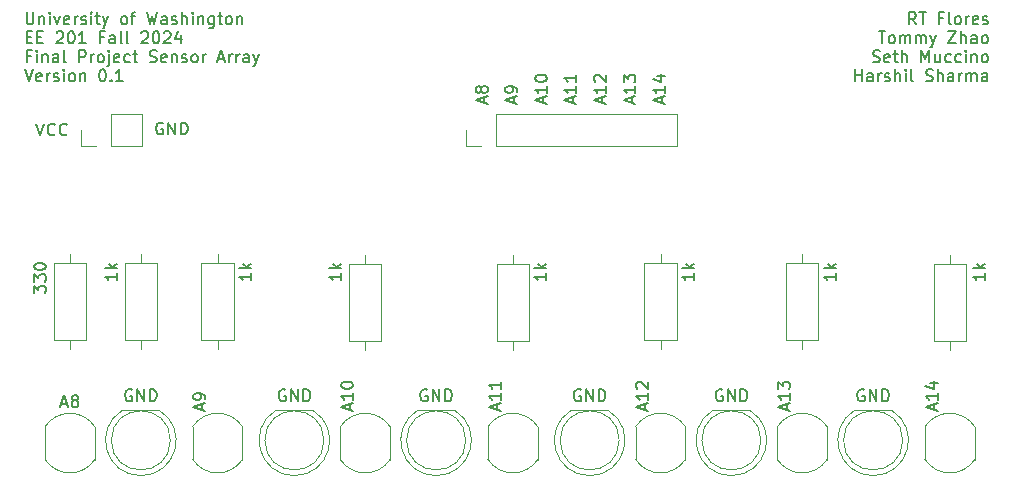
<source format=gbr>
%TF.GenerationSoftware,KiCad,Pcbnew,8.0.6*%
%TF.CreationDate,2024-11-04T15:23:11-08:00*%
%TF.ProjectId,201_final_project_sensor_array,3230315f-6669-46e6-916c-5f70726f6a65,rev?*%
%TF.SameCoordinates,Original*%
%TF.FileFunction,Legend,Top*%
%TF.FilePolarity,Positive*%
%FSLAX46Y46*%
G04 Gerber Fmt 4.6, Leading zero omitted, Abs format (unit mm)*
G04 Created by KiCad (PCBNEW 8.0.6) date 2024-11-04 15:23:11*
%MOMM*%
%LPD*%
G01*
G04 APERTURE LIST*
%ADD10C,0.150000*%
%ADD11C,0.120000*%
G04 APERTURE END LIST*
D10*
X143584104Y-72710839D02*
X143584104Y-72234649D01*
X143869819Y-72806077D02*
X142869819Y-72472744D01*
X142869819Y-72472744D02*
X143869819Y-72139411D01*
X143869819Y-71282268D02*
X143869819Y-71853696D01*
X143869819Y-71567982D02*
X142869819Y-71567982D01*
X142869819Y-71567982D02*
X143012676Y-71663220D01*
X143012676Y-71663220D02*
X143107914Y-71758458D01*
X143107914Y-71758458D02*
X143155533Y-71853696D01*
X142869819Y-70948934D02*
X142869819Y-70329887D01*
X142869819Y-70329887D02*
X143250771Y-70663220D01*
X143250771Y-70663220D02*
X143250771Y-70520363D01*
X143250771Y-70520363D02*
X143298390Y-70425125D01*
X143298390Y-70425125D02*
X143346009Y-70377506D01*
X143346009Y-70377506D02*
X143441247Y-70329887D01*
X143441247Y-70329887D02*
X143679342Y-70329887D01*
X143679342Y-70329887D02*
X143774580Y-70377506D01*
X143774580Y-70377506D02*
X143822200Y-70425125D01*
X143822200Y-70425125D02*
X143869819Y-70520363D01*
X143869819Y-70520363D02*
X143869819Y-70806077D01*
X143869819Y-70806077D02*
X143822200Y-70901315D01*
X143822200Y-70901315D02*
X143774580Y-70948934D01*
X167615599Y-66039987D02*
X167282266Y-65563796D01*
X167044171Y-66039987D02*
X167044171Y-65039987D01*
X167044171Y-65039987D02*
X167425123Y-65039987D01*
X167425123Y-65039987D02*
X167520361Y-65087606D01*
X167520361Y-65087606D02*
X167567980Y-65135225D01*
X167567980Y-65135225D02*
X167615599Y-65230463D01*
X167615599Y-65230463D02*
X167615599Y-65373320D01*
X167615599Y-65373320D02*
X167567980Y-65468558D01*
X167567980Y-65468558D02*
X167520361Y-65516177D01*
X167520361Y-65516177D02*
X167425123Y-65563796D01*
X167425123Y-65563796D02*
X167044171Y-65563796D01*
X167901314Y-65039987D02*
X168472742Y-65039987D01*
X168187028Y-66039987D02*
X168187028Y-65039987D01*
X169901314Y-65516177D02*
X169567981Y-65516177D01*
X169567981Y-66039987D02*
X169567981Y-65039987D01*
X169567981Y-65039987D02*
X170044171Y-65039987D01*
X170567981Y-66039987D02*
X170472743Y-65992368D01*
X170472743Y-65992368D02*
X170425124Y-65897129D01*
X170425124Y-65897129D02*
X170425124Y-65039987D01*
X171091791Y-66039987D02*
X170996553Y-65992368D01*
X170996553Y-65992368D02*
X170948934Y-65944748D01*
X170948934Y-65944748D02*
X170901315Y-65849510D01*
X170901315Y-65849510D02*
X170901315Y-65563796D01*
X170901315Y-65563796D02*
X170948934Y-65468558D01*
X170948934Y-65468558D02*
X170996553Y-65420939D01*
X170996553Y-65420939D02*
X171091791Y-65373320D01*
X171091791Y-65373320D02*
X171234648Y-65373320D01*
X171234648Y-65373320D02*
X171329886Y-65420939D01*
X171329886Y-65420939D02*
X171377505Y-65468558D01*
X171377505Y-65468558D02*
X171425124Y-65563796D01*
X171425124Y-65563796D02*
X171425124Y-65849510D01*
X171425124Y-65849510D02*
X171377505Y-65944748D01*
X171377505Y-65944748D02*
X171329886Y-65992368D01*
X171329886Y-65992368D02*
X171234648Y-66039987D01*
X171234648Y-66039987D02*
X171091791Y-66039987D01*
X171853696Y-66039987D02*
X171853696Y-65373320D01*
X171853696Y-65563796D02*
X171901315Y-65468558D01*
X171901315Y-65468558D02*
X171948934Y-65420939D01*
X171948934Y-65420939D02*
X172044172Y-65373320D01*
X172044172Y-65373320D02*
X172139410Y-65373320D01*
X172853696Y-65992368D02*
X172758458Y-66039987D01*
X172758458Y-66039987D02*
X172567982Y-66039987D01*
X172567982Y-66039987D02*
X172472744Y-65992368D01*
X172472744Y-65992368D02*
X172425125Y-65897129D01*
X172425125Y-65897129D02*
X172425125Y-65516177D01*
X172425125Y-65516177D02*
X172472744Y-65420939D01*
X172472744Y-65420939D02*
X172567982Y-65373320D01*
X172567982Y-65373320D02*
X172758458Y-65373320D01*
X172758458Y-65373320D02*
X172853696Y-65420939D01*
X172853696Y-65420939D02*
X172901315Y-65516177D01*
X172901315Y-65516177D02*
X172901315Y-65611415D01*
X172901315Y-65611415D02*
X172425125Y-65706653D01*
X173282268Y-65992368D02*
X173377506Y-66039987D01*
X173377506Y-66039987D02*
X173567982Y-66039987D01*
X173567982Y-66039987D02*
X173663220Y-65992368D01*
X173663220Y-65992368D02*
X173710839Y-65897129D01*
X173710839Y-65897129D02*
X173710839Y-65849510D01*
X173710839Y-65849510D02*
X173663220Y-65754272D01*
X173663220Y-65754272D02*
X173567982Y-65706653D01*
X173567982Y-65706653D02*
X173425125Y-65706653D01*
X173425125Y-65706653D02*
X173329887Y-65659034D01*
X173329887Y-65659034D02*
X173282268Y-65563796D01*
X173282268Y-65563796D02*
X173282268Y-65516177D01*
X173282268Y-65516177D02*
X173329887Y-65420939D01*
X173329887Y-65420939D02*
X173425125Y-65373320D01*
X173425125Y-65373320D02*
X173567982Y-65373320D01*
X173567982Y-65373320D02*
X173663220Y-65420939D01*
X164472744Y-66649931D02*
X165044172Y-66649931D01*
X164758458Y-67649931D02*
X164758458Y-66649931D01*
X165520363Y-67649931D02*
X165425125Y-67602312D01*
X165425125Y-67602312D02*
X165377506Y-67554692D01*
X165377506Y-67554692D02*
X165329887Y-67459454D01*
X165329887Y-67459454D02*
X165329887Y-67173740D01*
X165329887Y-67173740D02*
X165377506Y-67078502D01*
X165377506Y-67078502D02*
X165425125Y-67030883D01*
X165425125Y-67030883D02*
X165520363Y-66983264D01*
X165520363Y-66983264D02*
X165663220Y-66983264D01*
X165663220Y-66983264D02*
X165758458Y-67030883D01*
X165758458Y-67030883D02*
X165806077Y-67078502D01*
X165806077Y-67078502D02*
X165853696Y-67173740D01*
X165853696Y-67173740D02*
X165853696Y-67459454D01*
X165853696Y-67459454D02*
X165806077Y-67554692D01*
X165806077Y-67554692D02*
X165758458Y-67602312D01*
X165758458Y-67602312D02*
X165663220Y-67649931D01*
X165663220Y-67649931D02*
X165520363Y-67649931D01*
X166282268Y-67649931D02*
X166282268Y-66983264D01*
X166282268Y-67078502D02*
X166329887Y-67030883D01*
X166329887Y-67030883D02*
X166425125Y-66983264D01*
X166425125Y-66983264D02*
X166567982Y-66983264D01*
X166567982Y-66983264D02*
X166663220Y-67030883D01*
X166663220Y-67030883D02*
X166710839Y-67126121D01*
X166710839Y-67126121D02*
X166710839Y-67649931D01*
X166710839Y-67126121D02*
X166758458Y-67030883D01*
X166758458Y-67030883D02*
X166853696Y-66983264D01*
X166853696Y-66983264D02*
X166996553Y-66983264D01*
X166996553Y-66983264D02*
X167091792Y-67030883D01*
X167091792Y-67030883D02*
X167139411Y-67126121D01*
X167139411Y-67126121D02*
X167139411Y-67649931D01*
X167615601Y-67649931D02*
X167615601Y-66983264D01*
X167615601Y-67078502D02*
X167663220Y-67030883D01*
X167663220Y-67030883D02*
X167758458Y-66983264D01*
X167758458Y-66983264D02*
X167901315Y-66983264D01*
X167901315Y-66983264D02*
X167996553Y-67030883D01*
X167996553Y-67030883D02*
X168044172Y-67126121D01*
X168044172Y-67126121D02*
X168044172Y-67649931D01*
X168044172Y-67126121D02*
X168091791Y-67030883D01*
X168091791Y-67030883D02*
X168187029Y-66983264D01*
X168187029Y-66983264D02*
X168329886Y-66983264D01*
X168329886Y-66983264D02*
X168425125Y-67030883D01*
X168425125Y-67030883D02*
X168472744Y-67126121D01*
X168472744Y-67126121D02*
X168472744Y-67649931D01*
X168853696Y-66983264D02*
X169091791Y-67649931D01*
X169329886Y-66983264D02*
X169091791Y-67649931D01*
X169091791Y-67649931D02*
X168996553Y-67888026D01*
X168996553Y-67888026D02*
X168948934Y-67935645D01*
X168948934Y-67935645D02*
X168853696Y-67983264D01*
X170377506Y-66649931D02*
X171044172Y-66649931D01*
X171044172Y-66649931D02*
X170377506Y-67649931D01*
X170377506Y-67649931D02*
X171044172Y-67649931D01*
X171425125Y-67649931D02*
X171425125Y-66649931D01*
X171853696Y-67649931D02*
X171853696Y-67126121D01*
X171853696Y-67126121D02*
X171806077Y-67030883D01*
X171806077Y-67030883D02*
X171710839Y-66983264D01*
X171710839Y-66983264D02*
X171567982Y-66983264D01*
X171567982Y-66983264D02*
X171472744Y-67030883D01*
X171472744Y-67030883D02*
X171425125Y-67078502D01*
X172758458Y-67649931D02*
X172758458Y-67126121D01*
X172758458Y-67126121D02*
X172710839Y-67030883D01*
X172710839Y-67030883D02*
X172615601Y-66983264D01*
X172615601Y-66983264D02*
X172425125Y-66983264D01*
X172425125Y-66983264D02*
X172329887Y-67030883D01*
X172758458Y-67602312D02*
X172663220Y-67649931D01*
X172663220Y-67649931D02*
X172425125Y-67649931D01*
X172425125Y-67649931D02*
X172329887Y-67602312D01*
X172329887Y-67602312D02*
X172282268Y-67507073D01*
X172282268Y-67507073D02*
X172282268Y-67411835D01*
X172282268Y-67411835D02*
X172329887Y-67316597D01*
X172329887Y-67316597D02*
X172425125Y-67268978D01*
X172425125Y-67268978D02*
X172663220Y-67268978D01*
X172663220Y-67268978D02*
X172758458Y-67221359D01*
X173377506Y-67649931D02*
X173282268Y-67602312D01*
X173282268Y-67602312D02*
X173234649Y-67554692D01*
X173234649Y-67554692D02*
X173187030Y-67459454D01*
X173187030Y-67459454D02*
X173187030Y-67173740D01*
X173187030Y-67173740D02*
X173234649Y-67078502D01*
X173234649Y-67078502D02*
X173282268Y-67030883D01*
X173282268Y-67030883D02*
X173377506Y-66983264D01*
X173377506Y-66983264D02*
X173520363Y-66983264D01*
X173520363Y-66983264D02*
X173615601Y-67030883D01*
X173615601Y-67030883D02*
X173663220Y-67078502D01*
X173663220Y-67078502D02*
X173710839Y-67173740D01*
X173710839Y-67173740D02*
X173710839Y-67459454D01*
X173710839Y-67459454D02*
X173663220Y-67554692D01*
X173663220Y-67554692D02*
X173615601Y-67602312D01*
X173615601Y-67602312D02*
X173520363Y-67649931D01*
X173520363Y-67649931D02*
X173377506Y-67649931D01*
X163996553Y-69212256D02*
X164139410Y-69259875D01*
X164139410Y-69259875D02*
X164377505Y-69259875D01*
X164377505Y-69259875D02*
X164472743Y-69212256D01*
X164472743Y-69212256D02*
X164520362Y-69164636D01*
X164520362Y-69164636D02*
X164567981Y-69069398D01*
X164567981Y-69069398D02*
X164567981Y-68974160D01*
X164567981Y-68974160D02*
X164520362Y-68878922D01*
X164520362Y-68878922D02*
X164472743Y-68831303D01*
X164472743Y-68831303D02*
X164377505Y-68783684D01*
X164377505Y-68783684D02*
X164187029Y-68736065D01*
X164187029Y-68736065D02*
X164091791Y-68688446D01*
X164091791Y-68688446D02*
X164044172Y-68640827D01*
X164044172Y-68640827D02*
X163996553Y-68545589D01*
X163996553Y-68545589D02*
X163996553Y-68450351D01*
X163996553Y-68450351D02*
X164044172Y-68355113D01*
X164044172Y-68355113D02*
X164091791Y-68307494D01*
X164091791Y-68307494D02*
X164187029Y-68259875D01*
X164187029Y-68259875D02*
X164425124Y-68259875D01*
X164425124Y-68259875D02*
X164567981Y-68307494D01*
X165377505Y-69212256D02*
X165282267Y-69259875D01*
X165282267Y-69259875D02*
X165091791Y-69259875D01*
X165091791Y-69259875D02*
X164996553Y-69212256D01*
X164996553Y-69212256D02*
X164948934Y-69117017D01*
X164948934Y-69117017D02*
X164948934Y-68736065D01*
X164948934Y-68736065D02*
X164996553Y-68640827D01*
X164996553Y-68640827D02*
X165091791Y-68593208D01*
X165091791Y-68593208D02*
X165282267Y-68593208D01*
X165282267Y-68593208D02*
X165377505Y-68640827D01*
X165377505Y-68640827D02*
X165425124Y-68736065D01*
X165425124Y-68736065D02*
X165425124Y-68831303D01*
X165425124Y-68831303D02*
X164948934Y-68926541D01*
X165710839Y-68593208D02*
X166091791Y-68593208D01*
X165853696Y-68259875D02*
X165853696Y-69117017D01*
X165853696Y-69117017D02*
X165901315Y-69212256D01*
X165901315Y-69212256D02*
X165996553Y-69259875D01*
X165996553Y-69259875D02*
X166091791Y-69259875D01*
X166425125Y-69259875D02*
X166425125Y-68259875D01*
X166853696Y-69259875D02*
X166853696Y-68736065D01*
X166853696Y-68736065D02*
X166806077Y-68640827D01*
X166806077Y-68640827D02*
X166710839Y-68593208D01*
X166710839Y-68593208D02*
X166567982Y-68593208D01*
X166567982Y-68593208D02*
X166472744Y-68640827D01*
X166472744Y-68640827D02*
X166425125Y-68688446D01*
X168091792Y-69259875D02*
X168091792Y-68259875D01*
X168091792Y-68259875D02*
X168425125Y-68974160D01*
X168425125Y-68974160D02*
X168758458Y-68259875D01*
X168758458Y-68259875D02*
X168758458Y-69259875D01*
X169663220Y-68593208D02*
X169663220Y-69259875D01*
X169234649Y-68593208D02*
X169234649Y-69117017D01*
X169234649Y-69117017D02*
X169282268Y-69212256D01*
X169282268Y-69212256D02*
X169377506Y-69259875D01*
X169377506Y-69259875D02*
X169520363Y-69259875D01*
X169520363Y-69259875D02*
X169615601Y-69212256D01*
X169615601Y-69212256D02*
X169663220Y-69164636D01*
X170567982Y-69212256D02*
X170472744Y-69259875D01*
X170472744Y-69259875D02*
X170282268Y-69259875D01*
X170282268Y-69259875D02*
X170187030Y-69212256D01*
X170187030Y-69212256D02*
X170139411Y-69164636D01*
X170139411Y-69164636D02*
X170091792Y-69069398D01*
X170091792Y-69069398D02*
X170091792Y-68783684D01*
X170091792Y-68783684D02*
X170139411Y-68688446D01*
X170139411Y-68688446D02*
X170187030Y-68640827D01*
X170187030Y-68640827D02*
X170282268Y-68593208D01*
X170282268Y-68593208D02*
X170472744Y-68593208D01*
X170472744Y-68593208D02*
X170567982Y-68640827D01*
X171425125Y-69212256D02*
X171329887Y-69259875D01*
X171329887Y-69259875D02*
X171139411Y-69259875D01*
X171139411Y-69259875D02*
X171044173Y-69212256D01*
X171044173Y-69212256D02*
X170996554Y-69164636D01*
X170996554Y-69164636D02*
X170948935Y-69069398D01*
X170948935Y-69069398D02*
X170948935Y-68783684D01*
X170948935Y-68783684D02*
X170996554Y-68688446D01*
X170996554Y-68688446D02*
X171044173Y-68640827D01*
X171044173Y-68640827D02*
X171139411Y-68593208D01*
X171139411Y-68593208D02*
X171329887Y-68593208D01*
X171329887Y-68593208D02*
X171425125Y-68640827D01*
X171853697Y-69259875D02*
X171853697Y-68593208D01*
X171853697Y-68259875D02*
X171806078Y-68307494D01*
X171806078Y-68307494D02*
X171853697Y-68355113D01*
X171853697Y-68355113D02*
X171901316Y-68307494D01*
X171901316Y-68307494D02*
X171853697Y-68259875D01*
X171853697Y-68259875D02*
X171853697Y-68355113D01*
X172329887Y-68593208D02*
X172329887Y-69259875D01*
X172329887Y-68688446D02*
X172377506Y-68640827D01*
X172377506Y-68640827D02*
X172472744Y-68593208D01*
X172472744Y-68593208D02*
X172615601Y-68593208D01*
X172615601Y-68593208D02*
X172710839Y-68640827D01*
X172710839Y-68640827D02*
X172758458Y-68736065D01*
X172758458Y-68736065D02*
X172758458Y-69259875D01*
X173377506Y-69259875D02*
X173282268Y-69212256D01*
X173282268Y-69212256D02*
X173234649Y-69164636D01*
X173234649Y-69164636D02*
X173187030Y-69069398D01*
X173187030Y-69069398D02*
X173187030Y-68783684D01*
X173187030Y-68783684D02*
X173234649Y-68688446D01*
X173234649Y-68688446D02*
X173282268Y-68640827D01*
X173282268Y-68640827D02*
X173377506Y-68593208D01*
X173377506Y-68593208D02*
X173520363Y-68593208D01*
X173520363Y-68593208D02*
X173615601Y-68640827D01*
X173615601Y-68640827D02*
X173663220Y-68688446D01*
X173663220Y-68688446D02*
X173710839Y-68783684D01*
X173710839Y-68783684D02*
X173710839Y-69069398D01*
X173710839Y-69069398D02*
X173663220Y-69164636D01*
X173663220Y-69164636D02*
X173615601Y-69212256D01*
X173615601Y-69212256D02*
X173520363Y-69259875D01*
X173520363Y-69259875D02*
X173377506Y-69259875D01*
X162472743Y-70869819D02*
X162472743Y-69869819D01*
X162472743Y-70346009D02*
X163044171Y-70346009D01*
X163044171Y-70869819D02*
X163044171Y-69869819D01*
X163948933Y-70869819D02*
X163948933Y-70346009D01*
X163948933Y-70346009D02*
X163901314Y-70250771D01*
X163901314Y-70250771D02*
X163806076Y-70203152D01*
X163806076Y-70203152D02*
X163615600Y-70203152D01*
X163615600Y-70203152D02*
X163520362Y-70250771D01*
X163948933Y-70822200D02*
X163853695Y-70869819D01*
X163853695Y-70869819D02*
X163615600Y-70869819D01*
X163615600Y-70869819D02*
X163520362Y-70822200D01*
X163520362Y-70822200D02*
X163472743Y-70726961D01*
X163472743Y-70726961D02*
X163472743Y-70631723D01*
X163472743Y-70631723D02*
X163520362Y-70536485D01*
X163520362Y-70536485D02*
X163615600Y-70488866D01*
X163615600Y-70488866D02*
X163853695Y-70488866D01*
X163853695Y-70488866D02*
X163948933Y-70441247D01*
X164425124Y-70869819D02*
X164425124Y-70203152D01*
X164425124Y-70393628D02*
X164472743Y-70298390D01*
X164472743Y-70298390D02*
X164520362Y-70250771D01*
X164520362Y-70250771D02*
X164615600Y-70203152D01*
X164615600Y-70203152D02*
X164710838Y-70203152D01*
X164996553Y-70822200D02*
X165091791Y-70869819D01*
X165091791Y-70869819D02*
X165282267Y-70869819D01*
X165282267Y-70869819D02*
X165377505Y-70822200D01*
X165377505Y-70822200D02*
X165425124Y-70726961D01*
X165425124Y-70726961D02*
X165425124Y-70679342D01*
X165425124Y-70679342D02*
X165377505Y-70584104D01*
X165377505Y-70584104D02*
X165282267Y-70536485D01*
X165282267Y-70536485D02*
X165139410Y-70536485D01*
X165139410Y-70536485D02*
X165044172Y-70488866D01*
X165044172Y-70488866D02*
X164996553Y-70393628D01*
X164996553Y-70393628D02*
X164996553Y-70346009D01*
X164996553Y-70346009D02*
X165044172Y-70250771D01*
X165044172Y-70250771D02*
X165139410Y-70203152D01*
X165139410Y-70203152D02*
X165282267Y-70203152D01*
X165282267Y-70203152D02*
X165377505Y-70250771D01*
X165853696Y-70869819D02*
X165853696Y-69869819D01*
X166282267Y-70869819D02*
X166282267Y-70346009D01*
X166282267Y-70346009D02*
X166234648Y-70250771D01*
X166234648Y-70250771D02*
X166139410Y-70203152D01*
X166139410Y-70203152D02*
X165996553Y-70203152D01*
X165996553Y-70203152D02*
X165901315Y-70250771D01*
X165901315Y-70250771D02*
X165853696Y-70298390D01*
X166758458Y-70869819D02*
X166758458Y-70203152D01*
X166758458Y-69869819D02*
X166710839Y-69917438D01*
X166710839Y-69917438D02*
X166758458Y-69965057D01*
X166758458Y-69965057D02*
X166806077Y-69917438D01*
X166806077Y-69917438D02*
X166758458Y-69869819D01*
X166758458Y-69869819D02*
X166758458Y-69965057D01*
X167377505Y-70869819D02*
X167282267Y-70822200D01*
X167282267Y-70822200D02*
X167234648Y-70726961D01*
X167234648Y-70726961D02*
X167234648Y-69869819D01*
X168472744Y-70822200D02*
X168615601Y-70869819D01*
X168615601Y-70869819D02*
X168853696Y-70869819D01*
X168853696Y-70869819D02*
X168948934Y-70822200D01*
X168948934Y-70822200D02*
X168996553Y-70774580D01*
X168996553Y-70774580D02*
X169044172Y-70679342D01*
X169044172Y-70679342D02*
X169044172Y-70584104D01*
X169044172Y-70584104D02*
X168996553Y-70488866D01*
X168996553Y-70488866D02*
X168948934Y-70441247D01*
X168948934Y-70441247D02*
X168853696Y-70393628D01*
X168853696Y-70393628D02*
X168663220Y-70346009D01*
X168663220Y-70346009D02*
X168567982Y-70298390D01*
X168567982Y-70298390D02*
X168520363Y-70250771D01*
X168520363Y-70250771D02*
X168472744Y-70155533D01*
X168472744Y-70155533D02*
X168472744Y-70060295D01*
X168472744Y-70060295D02*
X168520363Y-69965057D01*
X168520363Y-69965057D02*
X168567982Y-69917438D01*
X168567982Y-69917438D02*
X168663220Y-69869819D01*
X168663220Y-69869819D02*
X168901315Y-69869819D01*
X168901315Y-69869819D02*
X169044172Y-69917438D01*
X169472744Y-70869819D02*
X169472744Y-69869819D01*
X169901315Y-70869819D02*
X169901315Y-70346009D01*
X169901315Y-70346009D02*
X169853696Y-70250771D01*
X169853696Y-70250771D02*
X169758458Y-70203152D01*
X169758458Y-70203152D02*
X169615601Y-70203152D01*
X169615601Y-70203152D02*
X169520363Y-70250771D01*
X169520363Y-70250771D02*
X169472744Y-70298390D01*
X170806077Y-70869819D02*
X170806077Y-70346009D01*
X170806077Y-70346009D02*
X170758458Y-70250771D01*
X170758458Y-70250771D02*
X170663220Y-70203152D01*
X170663220Y-70203152D02*
X170472744Y-70203152D01*
X170472744Y-70203152D02*
X170377506Y-70250771D01*
X170806077Y-70822200D02*
X170710839Y-70869819D01*
X170710839Y-70869819D02*
X170472744Y-70869819D01*
X170472744Y-70869819D02*
X170377506Y-70822200D01*
X170377506Y-70822200D02*
X170329887Y-70726961D01*
X170329887Y-70726961D02*
X170329887Y-70631723D01*
X170329887Y-70631723D02*
X170377506Y-70536485D01*
X170377506Y-70536485D02*
X170472744Y-70488866D01*
X170472744Y-70488866D02*
X170710839Y-70488866D01*
X170710839Y-70488866D02*
X170806077Y-70441247D01*
X171282268Y-70869819D02*
X171282268Y-70203152D01*
X171282268Y-70393628D02*
X171329887Y-70298390D01*
X171329887Y-70298390D02*
X171377506Y-70250771D01*
X171377506Y-70250771D02*
X171472744Y-70203152D01*
X171472744Y-70203152D02*
X171567982Y-70203152D01*
X171901316Y-70869819D02*
X171901316Y-70203152D01*
X171901316Y-70298390D02*
X171948935Y-70250771D01*
X171948935Y-70250771D02*
X172044173Y-70203152D01*
X172044173Y-70203152D02*
X172187030Y-70203152D01*
X172187030Y-70203152D02*
X172282268Y-70250771D01*
X172282268Y-70250771D02*
X172329887Y-70346009D01*
X172329887Y-70346009D02*
X172329887Y-70869819D01*
X172329887Y-70346009D02*
X172377506Y-70250771D01*
X172377506Y-70250771D02*
X172472744Y-70203152D01*
X172472744Y-70203152D02*
X172615601Y-70203152D01*
X172615601Y-70203152D02*
X172710840Y-70250771D01*
X172710840Y-70250771D02*
X172758459Y-70346009D01*
X172758459Y-70346009D02*
X172758459Y-70869819D01*
X173663220Y-70869819D02*
X173663220Y-70346009D01*
X173663220Y-70346009D02*
X173615601Y-70250771D01*
X173615601Y-70250771D02*
X173520363Y-70203152D01*
X173520363Y-70203152D02*
X173329887Y-70203152D01*
X173329887Y-70203152D02*
X173234649Y-70250771D01*
X173663220Y-70822200D02*
X173567982Y-70869819D01*
X173567982Y-70869819D02*
X173329887Y-70869819D01*
X173329887Y-70869819D02*
X173234649Y-70822200D01*
X173234649Y-70822200D02*
X173187030Y-70726961D01*
X173187030Y-70726961D02*
X173187030Y-70631723D01*
X173187030Y-70631723D02*
X173234649Y-70536485D01*
X173234649Y-70536485D02*
X173329887Y-70488866D01*
X173329887Y-70488866D02*
X173567982Y-70488866D01*
X173567982Y-70488866D02*
X173663220Y-70441247D01*
X131084104Y-72710839D02*
X131084104Y-72234649D01*
X131369819Y-72806077D02*
X130369819Y-72472744D01*
X130369819Y-72472744D02*
X131369819Y-72139411D01*
X130798390Y-71663220D02*
X130750771Y-71758458D01*
X130750771Y-71758458D02*
X130703152Y-71806077D01*
X130703152Y-71806077D02*
X130607914Y-71853696D01*
X130607914Y-71853696D02*
X130560295Y-71853696D01*
X130560295Y-71853696D02*
X130465057Y-71806077D01*
X130465057Y-71806077D02*
X130417438Y-71758458D01*
X130417438Y-71758458D02*
X130369819Y-71663220D01*
X130369819Y-71663220D02*
X130369819Y-71472744D01*
X130369819Y-71472744D02*
X130417438Y-71377506D01*
X130417438Y-71377506D02*
X130465057Y-71329887D01*
X130465057Y-71329887D02*
X130560295Y-71282268D01*
X130560295Y-71282268D02*
X130607914Y-71282268D01*
X130607914Y-71282268D02*
X130703152Y-71329887D01*
X130703152Y-71329887D02*
X130750771Y-71377506D01*
X130750771Y-71377506D02*
X130798390Y-71472744D01*
X130798390Y-71472744D02*
X130798390Y-71663220D01*
X130798390Y-71663220D02*
X130846009Y-71758458D01*
X130846009Y-71758458D02*
X130893628Y-71806077D01*
X130893628Y-71806077D02*
X130988866Y-71853696D01*
X130988866Y-71853696D02*
X131179342Y-71853696D01*
X131179342Y-71853696D02*
X131274580Y-71806077D01*
X131274580Y-71806077D02*
X131322200Y-71758458D01*
X131322200Y-71758458D02*
X131369819Y-71663220D01*
X131369819Y-71663220D02*
X131369819Y-71472744D01*
X131369819Y-71472744D02*
X131322200Y-71377506D01*
X131322200Y-71377506D02*
X131274580Y-71329887D01*
X131274580Y-71329887D02*
X131179342Y-71282268D01*
X131179342Y-71282268D02*
X130988866Y-71282268D01*
X130988866Y-71282268D02*
X130893628Y-71329887D01*
X130893628Y-71329887D02*
X130846009Y-71377506D01*
X130846009Y-71377506D02*
X130798390Y-71472744D01*
X92336779Y-65039987D02*
X92336779Y-65849510D01*
X92336779Y-65849510D02*
X92384398Y-65944748D01*
X92384398Y-65944748D02*
X92432017Y-65992368D01*
X92432017Y-65992368D02*
X92527255Y-66039987D01*
X92527255Y-66039987D02*
X92717731Y-66039987D01*
X92717731Y-66039987D02*
X92812969Y-65992368D01*
X92812969Y-65992368D02*
X92860588Y-65944748D01*
X92860588Y-65944748D02*
X92908207Y-65849510D01*
X92908207Y-65849510D02*
X92908207Y-65039987D01*
X93384398Y-65373320D02*
X93384398Y-66039987D01*
X93384398Y-65468558D02*
X93432017Y-65420939D01*
X93432017Y-65420939D02*
X93527255Y-65373320D01*
X93527255Y-65373320D02*
X93670112Y-65373320D01*
X93670112Y-65373320D02*
X93765350Y-65420939D01*
X93765350Y-65420939D02*
X93812969Y-65516177D01*
X93812969Y-65516177D02*
X93812969Y-66039987D01*
X94289160Y-66039987D02*
X94289160Y-65373320D01*
X94289160Y-65039987D02*
X94241541Y-65087606D01*
X94241541Y-65087606D02*
X94289160Y-65135225D01*
X94289160Y-65135225D02*
X94336779Y-65087606D01*
X94336779Y-65087606D02*
X94289160Y-65039987D01*
X94289160Y-65039987D02*
X94289160Y-65135225D01*
X94670112Y-65373320D02*
X94908207Y-66039987D01*
X94908207Y-66039987D02*
X95146302Y-65373320D01*
X95908207Y-65992368D02*
X95812969Y-66039987D01*
X95812969Y-66039987D02*
X95622493Y-66039987D01*
X95622493Y-66039987D02*
X95527255Y-65992368D01*
X95527255Y-65992368D02*
X95479636Y-65897129D01*
X95479636Y-65897129D02*
X95479636Y-65516177D01*
X95479636Y-65516177D02*
X95527255Y-65420939D01*
X95527255Y-65420939D02*
X95622493Y-65373320D01*
X95622493Y-65373320D02*
X95812969Y-65373320D01*
X95812969Y-65373320D02*
X95908207Y-65420939D01*
X95908207Y-65420939D02*
X95955826Y-65516177D01*
X95955826Y-65516177D02*
X95955826Y-65611415D01*
X95955826Y-65611415D02*
X95479636Y-65706653D01*
X96384398Y-66039987D02*
X96384398Y-65373320D01*
X96384398Y-65563796D02*
X96432017Y-65468558D01*
X96432017Y-65468558D02*
X96479636Y-65420939D01*
X96479636Y-65420939D02*
X96574874Y-65373320D01*
X96574874Y-65373320D02*
X96670112Y-65373320D01*
X96955827Y-65992368D02*
X97051065Y-66039987D01*
X97051065Y-66039987D02*
X97241541Y-66039987D01*
X97241541Y-66039987D02*
X97336779Y-65992368D01*
X97336779Y-65992368D02*
X97384398Y-65897129D01*
X97384398Y-65897129D02*
X97384398Y-65849510D01*
X97384398Y-65849510D02*
X97336779Y-65754272D01*
X97336779Y-65754272D02*
X97241541Y-65706653D01*
X97241541Y-65706653D02*
X97098684Y-65706653D01*
X97098684Y-65706653D02*
X97003446Y-65659034D01*
X97003446Y-65659034D02*
X96955827Y-65563796D01*
X96955827Y-65563796D02*
X96955827Y-65516177D01*
X96955827Y-65516177D02*
X97003446Y-65420939D01*
X97003446Y-65420939D02*
X97098684Y-65373320D01*
X97098684Y-65373320D02*
X97241541Y-65373320D01*
X97241541Y-65373320D02*
X97336779Y-65420939D01*
X97812970Y-66039987D02*
X97812970Y-65373320D01*
X97812970Y-65039987D02*
X97765351Y-65087606D01*
X97765351Y-65087606D02*
X97812970Y-65135225D01*
X97812970Y-65135225D02*
X97860589Y-65087606D01*
X97860589Y-65087606D02*
X97812970Y-65039987D01*
X97812970Y-65039987D02*
X97812970Y-65135225D01*
X98146303Y-65373320D02*
X98527255Y-65373320D01*
X98289160Y-65039987D02*
X98289160Y-65897129D01*
X98289160Y-65897129D02*
X98336779Y-65992368D01*
X98336779Y-65992368D02*
X98432017Y-66039987D01*
X98432017Y-66039987D02*
X98527255Y-66039987D01*
X98765351Y-65373320D02*
X99003446Y-66039987D01*
X99241541Y-65373320D02*
X99003446Y-66039987D01*
X99003446Y-66039987D02*
X98908208Y-66278082D01*
X98908208Y-66278082D02*
X98860589Y-66325701D01*
X98860589Y-66325701D02*
X98765351Y-66373320D01*
X100527256Y-66039987D02*
X100432018Y-65992368D01*
X100432018Y-65992368D02*
X100384399Y-65944748D01*
X100384399Y-65944748D02*
X100336780Y-65849510D01*
X100336780Y-65849510D02*
X100336780Y-65563796D01*
X100336780Y-65563796D02*
X100384399Y-65468558D01*
X100384399Y-65468558D02*
X100432018Y-65420939D01*
X100432018Y-65420939D02*
X100527256Y-65373320D01*
X100527256Y-65373320D02*
X100670113Y-65373320D01*
X100670113Y-65373320D02*
X100765351Y-65420939D01*
X100765351Y-65420939D02*
X100812970Y-65468558D01*
X100812970Y-65468558D02*
X100860589Y-65563796D01*
X100860589Y-65563796D02*
X100860589Y-65849510D01*
X100860589Y-65849510D02*
X100812970Y-65944748D01*
X100812970Y-65944748D02*
X100765351Y-65992368D01*
X100765351Y-65992368D02*
X100670113Y-66039987D01*
X100670113Y-66039987D02*
X100527256Y-66039987D01*
X101146304Y-65373320D02*
X101527256Y-65373320D01*
X101289161Y-66039987D02*
X101289161Y-65182844D01*
X101289161Y-65182844D02*
X101336780Y-65087606D01*
X101336780Y-65087606D02*
X101432018Y-65039987D01*
X101432018Y-65039987D02*
X101527256Y-65039987D01*
X102527257Y-65039987D02*
X102765352Y-66039987D01*
X102765352Y-66039987D02*
X102955828Y-65325701D01*
X102955828Y-65325701D02*
X103146304Y-66039987D01*
X103146304Y-66039987D02*
X103384400Y-65039987D01*
X104193923Y-66039987D02*
X104193923Y-65516177D01*
X104193923Y-65516177D02*
X104146304Y-65420939D01*
X104146304Y-65420939D02*
X104051066Y-65373320D01*
X104051066Y-65373320D02*
X103860590Y-65373320D01*
X103860590Y-65373320D02*
X103765352Y-65420939D01*
X104193923Y-65992368D02*
X104098685Y-66039987D01*
X104098685Y-66039987D02*
X103860590Y-66039987D01*
X103860590Y-66039987D02*
X103765352Y-65992368D01*
X103765352Y-65992368D02*
X103717733Y-65897129D01*
X103717733Y-65897129D02*
X103717733Y-65801891D01*
X103717733Y-65801891D02*
X103765352Y-65706653D01*
X103765352Y-65706653D02*
X103860590Y-65659034D01*
X103860590Y-65659034D02*
X104098685Y-65659034D01*
X104098685Y-65659034D02*
X104193923Y-65611415D01*
X104622495Y-65992368D02*
X104717733Y-66039987D01*
X104717733Y-66039987D02*
X104908209Y-66039987D01*
X104908209Y-66039987D02*
X105003447Y-65992368D01*
X105003447Y-65992368D02*
X105051066Y-65897129D01*
X105051066Y-65897129D02*
X105051066Y-65849510D01*
X105051066Y-65849510D02*
X105003447Y-65754272D01*
X105003447Y-65754272D02*
X104908209Y-65706653D01*
X104908209Y-65706653D02*
X104765352Y-65706653D01*
X104765352Y-65706653D02*
X104670114Y-65659034D01*
X104670114Y-65659034D02*
X104622495Y-65563796D01*
X104622495Y-65563796D02*
X104622495Y-65516177D01*
X104622495Y-65516177D02*
X104670114Y-65420939D01*
X104670114Y-65420939D02*
X104765352Y-65373320D01*
X104765352Y-65373320D02*
X104908209Y-65373320D01*
X104908209Y-65373320D02*
X105003447Y-65420939D01*
X105479638Y-66039987D02*
X105479638Y-65039987D01*
X105908209Y-66039987D02*
X105908209Y-65516177D01*
X105908209Y-65516177D02*
X105860590Y-65420939D01*
X105860590Y-65420939D02*
X105765352Y-65373320D01*
X105765352Y-65373320D02*
X105622495Y-65373320D01*
X105622495Y-65373320D02*
X105527257Y-65420939D01*
X105527257Y-65420939D02*
X105479638Y-65468558D01*
X106384400Y-66039987D02*
X106384400Y-65373320D01*
X106384400Y-65039987D02*
X106336781Y-65087606D01*
X106336781Y-65087606D02*
X106384400Y-65135225D01*
X106384400Y-65135225D02*
X106432019Y-65087606D01*
X106432019Y-65087606D02*
X106384400Y-65039987D01*
X106384400Y-65039987D02*
X106384400Y-65135225D01*
X106860590Y-65373320D02*
X106860590Y-66039987D01*
X106860590Y-65468558D02*
X106908209Y-65420939D01*
X106908209Y-65420939D02*
X107003447Y-65373320D01*
X107003447Y-65373320D02*
X107146304Y-65373320D01*
X107146304Y-65373320D02*
X107241542Y-65420939D01*
X107241542Y-65420939D02*
X107289161Y-65516177D01*
X107289161Y-65516177D02*
X107289161Y-66039987D01*
X108193923Y-65373320D02*
X108193923Y-66182844D01*
X108193923Y-66182844D02*
X108146304Y-66278082D01*
X108146304Y-66278082D02*
X108098685Y-66325701D01*
X108098685Y-66325701D02*
X108003447Y-66373320D01*
X108003447Y-66373320D02*
X107860590Y-66373320D01*
X107860590Y-66373320D02*
X107765352Y-66325701D01*
X108193923Y-65992368D02*
X108098685Y-66039987D01*
X108098685Y-66039987D02*
X107908209Y-66039987D01*
X107908209Y-66039987D02*
X107812971Y-65992368D01*
X107812971Y-65992368D02*
X107765352Y-65944748D01*
X107765352Y-65944748D02*
X107717733Y-65849510D01*
X107717733Y-65849510D02*
X107717733Y-65563796D01*
X107717733Y-65563796D02*
X107765352Y-65468558D01*
X107765352Y-65468558D02*
X107812971Y-65420939D01*
X107812971Y-65420939D02*
X107908209Y-65373320D01*
X107908209Y-65373320D02*
X108098685Y-65373320D01*
X108098685Y-65373320D02*
X108193923Y-65420939D01*
X108527257Y-65373320D02*
X108908209Y-65373320D01*
X108670114Y-65039987D02*
X108670114Y-65897129D01*
X108670114Y-65897129D02*
X108717733Y-65992368D01*
X108717733Y-65992368D02*
X108812971Y-66039987D01*
X108812971Y-66039987D02*
X108908209Y-66039987D01*
X109384400Y-66039987D02*
X109289162Y-65992368D01*
X109289162Y-65992368D02*
X109241543Y-65944748D01*
X109241543Y-65944748D02*
X109193924Y-65849510D01*
X109193924Y-65849510D02*
X109193924Y-65563796D01*
X109193924Y-65563796D02*
X109241543Y-65468558D01*
X109241543Y-65468558D02*
X109289162Y-65420939D01*
X109289162Y-65420939D02*
X109384400Y-65373320D01*
X109384400Y-65373320D02*
X109527257Y-65373320D01*
X109527257Y-65373320D02*
X109622495Y-65420939D01*
X109622495Y-65420939D02*
X109670114Y-65468558D01*
X109670114Y-65468558D02*
X109717733Y-65563796D01*
X109717733Y-65563796D02*
X109717733Y-65849510D01*
X109717733Y-65849510D02*
X109670114Y-65944748D01*
X109670114Y-65944748D02*
X109622495Y-65992368D01*
X109622495Y-65992368D02*
X109527257Y-66039987D01*
X109527257Y-66039987D02*
X109384400Y-66039987D01*
X110146305Y-65373320D02*
X110146305Y-66039987D01*
X110146305Y-65468558D02*
X110193924Y-65420939D01*
X110193924Y-65420939D02*
X110289162Y-65373320D01*
X110289162Y-65373320D02*
X110432019Y-65373320D01*
X110432019Y-65373320D02*
X110527257Y-65420939D01*
X110527257Y-65420939D02*
X110574876Y-65516177D01*
X110574876Y-65516177D02*
X110574876Y-66039987D01*
X92336779Y-67126121D02*
X92670112Y-67126121D01*
X92812969Y-67649931D02*
X92336779Y-67649931D01*
X92336779Y-67649931D02*
X92336779Y-66649931D01*
X92336779Y-66649931D02*
X92812969Y-66649931D01*
X93241541Y-67126121D02*
X93574874Y-67126121D01*
X93717731Y-67649931D02*
X93241541Y-67649931D01*
X93241541Y-67649931D02*
X93241541Y-66649931D01*
X93241541Y-66649931D02*
X93717731Y-66649931D01*
X94860589Y-66745169D02*
X94908208Y-66697550D01*
X94908208Y-66697550D02*
X95003446Y-66649931D01*
X95003446Y-66649931D02*
X95241541Y-66649931D01*
X95241541Y-66649931D02*
X95336779Y-66697550D01*
X95336779Y-66697550D02*
X95384398Y-66745169D01*
X95384398Y-66745169D02*
X95432017Y-66840407D01*
X95432017Y-66840407D02*
X95432017Y-66935645D01*
X95432017Y-66935645D02*
X95384398Y-67078502D01*
X95384398Y-67078502D02*
X94812970Y-67649931D01*
X94812970Y-67649931D02*
X95432017Y-67649931D01*
X96051065Y-66649931D02*
X96146303Y-66649931D01*
X96146303Y-66649931D02*
X96241541Y-66697550D01*
X96241541Y-66697550D02*
X96289160Y-66745169D01*
X96289160Y-66745169D02*
X96336779Y-66840407D01*
X96336779Y-66840407D02*
X96384398Y-67030883D01*
X96384398Y-67030883D02*
X96384398Y-67268978D01*
X96384398Y-67268978D02*
X96336779Y-67459454D01*
X96336779Y-67459454D02*
X96289160Y-67554692D01*
X96289160Y-67554692D02*
X96241541Y-67602312D01*
X96241541Y-67602312D02*
X96146303Y-67649931D01*
X96146303Y-67649931D02*
X96051065Y-67649931D01*
X96051065Y-67649931D02*
X95955827Y-67602312D01*
X95955827Y-67602312D02*
X95908208Y-67554692D01*
X95908208Y-67554692D02*
X95860589Y-67459454D01*
X95860589Y-67459454D02*
X95812970Y-67268978D01*
X95812970Y-67268978D02*
X95812970Y-67030883D01*
X95812970Y-67030883D02*
X95860589Y-66840407D01*
X95860589Y-66840407D02*
X95908208Y-66745169D01*
X95908208Y-66745169D02*
X95955827Y-66697550D01*
X95955827Y-66697550D02*
X96051065Y-66649931D01*
X97336779Y-67649931D02*
X96765351Y-67649931D01*
X97051065Y-67649931D02*
X97051065Y-66649931D01*
X97051065Y-66649931D02*
X96955827Y-66792788D01*
X96955827Y-66792788D02*
X96860589Y-66888026D01*
X96860589Y-66888026D02*
X96765351Y-66935645D01*
X98860589Y-67126121D02*
X98527256Y-67126121D01*
X98527256Y-67649931D02*
X98527256Y-66649931D01*
X98527256Y-66649931D02*
X99003446Y-66649931D01*
X99812970Y-67649931D02*
X99812970Y-67126121D01*
X99812970Y-67126121D02*
X99765351Y-67030883D01*
X99765351Y-67030883D02*
X99670113Y-66983264D01*
X99670113Y-66983264D02*
X99479637Y-66983264D01*
X99479637Y-66983264D02*
X99384399Y-67030883D01*
X99812970Y-67602312D02*
X99717732Y-67649931D01*
X99717732Y-67649931D02*
X99479637Y-67649931D01*
X99479637Y-67649931D02*
X99384399Y-67602312D01*
X99384399Y-67602312D02*
X99336780Y-67507073D01*
X99336780Y-67507073D02*
X99336780Y-67411835D01*
X99336780Y-67411835D02*
X99384399Y-67316597D01*
X99384399Y-67316597D02*
X99479637Y-67268978D01*
X99479637Y-67268978D02*
X99717732Y-67268978D01*
X99717732Y-67268978D02*
X99812970Y-67221359D01*
X100432018Y-67649931D02*
X100336780Y-67602312D01*
X100336780Y-67602312D02*
X100289161Y-67507073D01*
X100289161Y-67507073D02*
X100289161Y-66649931D01*
X100955828Y-67649931D02*
X100860590Y-67602312D01*
X100860590Y-67602312D02*
X100812971Y-67507073D01*
X100812971Y-67507073D02*
X100812971Y-66649931D01*
X102051067Y-66745169D02*
X102098686Y-66697550D01*
X102098686Y-66697550D02*
X102193924Y-66649931D01*
X102193924Y-66649931D02*
X102432019Y-66649931D01*
X102432019Y-66649931D02*
X102527257Y-66697550D01*
X102527257Y-66697550D02*
X102574876Y-66745169D01*
X102574876Y-66745169D02*
X102622495Y-66840407D01*
X102622495Y-66840407D02*
X102622495Y-66935645D01*
X102622495Y-66935645D02*
X102574876Y-67078502D01*
X102574876Y-67078502D02*
X102003448Y-67649931D01*
X102003448Y-67649931D02*
X102622495Y-67649931D01*
X103241543Y-66649931D02*
X103336781Y-66649931D01*
X103336781Y-66649931D02*
X103432019Y-66697550D01*
X103432019Y-66697550D02*
X103479638Y-66745169D01*
X103479638Y-66745169D02*
X103527257Y-66840407D01*
X103527257Y-66840407D02*
X103574876Y-67030883D01*
X103574876Y-67030883D02*
X103574876Y-67268978D01*
X103574876Y-67268978D02*
X103527257Y-67459454D01*
X103527257Y-67459454D02*
X103479638Y-67554692D01*
X103479638Y-67554692D02*
X103432019Y-67602312D01*
X103432019Y-67602312D02*
X103336781Y-67649931D01*
X103336781Y-67649931D02*
X103241543Y-67649931D01*
X103241543Y-67649931D02*
X103146305Y-67602312D01*
X103146305Y-67602312D02*
X103098686Y-67554692D01*
X103098686Y-67554692D02*
X103051067Y-67459454D01*
X103051067Y-67459454D02*
X103003448Y-67268978D01*
X103003448Y-67268978D02*
X103003448Y-67030883D01*
X103003448Y-67030883D02*
X103051067Y-66840407D01*
X103051067Y-66840407D02*
X103098686Y-66745169D01*
X103098686Y-66745169D02*
X103146305Y-66697550D01*
X103146305Y-66697550D02*
X103241543Y-66649931D01*
X103955829Y-66745169D02*
X104003448Y-66697550D01*
X104003448Y-66697550D02*
X104098686Y-66649931D01*
X104098686Y-66649931D02*
X104336781Y-66649931D01*
X104336781Y-66649931D02*
X104432019Y-66697550D01*
X104432019Y-66697550D02*
X104479638Y-66745169D01*
X104479638Y-66745169D02*
X104527257Y-66840407D01*
X104527257Y-66840407D02*
X104527257Y-66935645D01*
X104527257Y-66935645D02*
X104479638Y-67078502D01*
X104479638Y-67078502D02*
X103908210Y-67649931D01*
X103908210Y-67649931D02*
X104527257Y-67649931D01*
X105384400Y-66983264D02*
X105384400Y-67649931D01*
X105146305Y-66602312D02*
X104908210Y-67316597D01*
X104908210Y-67316597D02*
X105527257Y-67316597D01*
X92670112Y-68736065D02*
X92336779Y-68736065D01*
X92336779Y-69259875D02*
X92336779Y-68259875D01*
X92336779Y-68259875D02*
X92812969Y-68259875D01*
X93193922Y-69259875D02*
X93193922Y-68593208D01*
X93193922Y-68259875D02*
X93146303Y-68307494D01*
X93146303Y-68307494D02*
X93193922Y-68355113D01*
X93193922Y-68355113D02*
X93241541Y-68307494D01*
X93241541Y-68307494D02*
X93193922Y-68259875D01*
X93193922Y-68259875D02*
X93193922Y-68355113D01*
X93670112Y-68593208D02*
X93670112Y-69259875D01*
X93670112Y-68688446D02*
X93717731Y-68640827D01*
X93717731Y-68640827D02*
X93812969Y-68593208D01*
X93812969Y-68593208D02*
X93955826Y-68593208D01*
X93955826Y-68593208D02*
X94051064Y-68640827D01*
X94051064Y-68640827D02*
X94098683Y-68736065D01*
X94098683Y-68736065D02*
X94098683Y-69259875D01*
X95003445Y-69259875D02*
X95003445Y-68736065D01*
X95003445Y-68736065D02*
X94955826Y-68640827D01*
X94955826Y-68640827D02*
X94860588Y-68593208D01*
X94860588Y-68593208D02*
X94670112Y-68593208D01*
X94670112Y-68593208D02*
X94574874Y-68640827D01*
X95003445Y-69212256D02*
X94908207Y-69259875D01*
X94908207Y-69259875D02*
X94670112Y-69259875D01*
X94670112Y-69259875D02*
X94574874Y-69212256D01*
X94574874Y-69212256D02*
X94527255Y-69117017D01*
X94527255Y-69117017D02*
X94527255Y-69021779D01*
X94527255Y-69021779D02*
X94574874Y-68926541D01*
X94574874Y-68926541D02*
X94670112Y-68878922D01*
X94670112Y-68878922D02*
X94908207Y-68878922D01*
X94908207Y-68878922D02*
X95003445Y-68831303D01*
X95622493Y-69259875D02*
X95527255Y-69212256D01*
X95527255Y-69212256D02*
X95479636Y-69117017D01*
X95479636Y-69117017D02*
X95479636Y-68259875D01*
X96765351Y-69259875D02*
X96765351Y-68259875D01*
X96765351Y-68259875D02*
X97146303Y-68259875D01*
X97146303Y-68259875D02*
X97241541Y-68307494D01*
X97241541Y-68307494D02*
X97289160Y-68355113D01*
X97289160Y-68355113D02*
X97336779Y-68450351D01*
X97336779Y-68450351D02*
X97336779Y-68593208D01*
X97336779Y-68593208D02*
X97289160Y-68688446D01*
X97289160Y-68688446D02*
X97241541Y-68736065D01*
X97241541Y-68736065D02*
X97146303Y-68783684D01*
X97146303Y-68783684D02*
X96765351Y-68783684D01*
X97765351Y-69259875D02*
X97765351Y-68593208D01*
X97765351Y-68783684D02*
X97812970Y-68688446D01*
X97812970Y-68688446D02*
X97860589Y-68640827D01*
X97860589Y-68640827D02*
X97955827Y-68593208D01*
X97955827Y-68593208D02*
X98051065Y-68593208D01*
X98527256Y-69259875D02*
X98432018Y-69212256D01*
X98432018Y-69212256D02*
X98384399Y-69164636D01*
X98384399Y-69164636D02*
X98336780Y-69069398D01*
X98336780Y-69069398D02*
X98336780Y-68783684D01*
X98336780Y-68783684D02*
X98384399Y-68688446D01*
X98384399Y-68688446D02*
X98432018Y-68640827D01*
X98432018Y-68640827D02*
X98527256Y-68593208D01*
X98527256Y-68593208D02*
X98670113Y-68593208D01*
X98670113Y-68593208D02*
X98765351Y-68640827D01*
X98765351Y-68640827D02*
X98812970Y-68688446D01*
X98812970Y-68688446D02*
X98860589Y-68783684D01*
X98860589Y-68783684D02*
X98860589Y-69069398D01*
X98860589Y-69069398D02*
X98812970Y-69164636D01*
X98812970Y-69164636D02*
X98765351Y-69212256D01*
X98765351Y-69212256D02*
X98670113Y-69259875D01*
X98670113Y-69259875D02*
X98527256Y-69259875D01*
X99289161Y-68593208D02*
X99289161Y-69450351D01*
X99289161Y-69450351D02*
X99241542Y-69545589D01*
X99241542Y-69545589D02*
X99146304Y-69593208D01*
X99146304Y-69593208D02*
X99098685Y-69593208D01*
X99289161Y-68259875D02*
X99241542Y-68307494D01*
X99241542Y-68307494D02*
X99289161Y-68355113D01*
X99289161Y-68355113D02*
X99336780Y-68307494D01*
X99336780Y-68307494D02*
X99289161Y-68259875D01*
X99289161Y-68259875D02*
X99289161Y-68355113D01*
X100146303Y-69212256D02*
X100051065Y-69259875D01*
X100051065Y-69259875D02*
X99860589Y-69259875D01*
X99860589Y-69259875D02*
X99765351Y-69212256D01*
X99765351Y-69212256D02*
X99717732Y-69117017D01*
X99717732Y-69117017D02*
X99717732Y-68736065D01*
X99717732Y-68736065D02*
X99765351Y-68640827D01*
X99765351Y-68640827D02*
X99860589Y-68593208D01*
X99860589Y-68593208D02*
X100051065Y-68593208D01*
X100051065Y-68593208D02*
X100146303Y-68640827D01*
X100146303Y-68640827D02*
X100193922Y-68736065D01*
X100193922Y-68736065D02*
X100193922Y-68831303D01*
X100193922Y-68831303D02*
X99717732Y-68926541D01*
X101051065Y-69212256D02*
X100955827Y-69259875D01*
X100955827Y-69259875D02*
X100765351Y-69259875D01*
X100765351Y-69259875D02*
X100670113Y-69212256D01*
X100670113Y-69212256D02*
X100622494Y-69164636D01*
X100622494Y-69164636D02*
X100574875Y-69069398D01*
X100574875Y-69069398D02*
X100574875Y-68783684D01*
X100574875Y-68783684D02*
X100622494Y-68688446D01*
X100622494Y-68688446D02*
X100670113Y-68640827D01*
X100670113Y-68640827D02*
X100765351Y-68593208D01*
X100765351Y-68593208D02*
X100955827Y-68593208D01*
X100955827Y-68593208D02*
X101051065Y-68640827D01*
X101336780Y-68593208D02*
X101717732Y-68593208D01*
X101479637Y-68259875D02*
X101479637Y-69117017D01*
X101479637Y-69117017D02*
X101527256Y-69212256D01*
X101527256Y-69212256D02*
X101622494Y-69259875D01*
X101622494Y-69259875D02*
X101717732Y-69259875D01*
X102765352Y-69212256D02*
X102908209Y-69259875D01*
X102908209Y-69259875D02*
X103146304Y-69259875D01*
X103146304Y-69259875D02*
X103241542Y-69212256D01*
X103241542Y-69212256D02*
X103289161Y-69164636D01*
X103289161Y-69164636D02*
X103336780Y-69069398D01*
X103336780Y-69069398D02*
X103336780Y-68974160D01*
X103336780Y-68974160D02*
X103289161Y-68878922D01*
X103289161Y-68878922D02*
X103241542Y-68831303D01*
X103241542Y-68831303D02*
X103146304Y-68783684D01*
X103146304Y-68783684D02*
X102955828Y-68736065D01*
X102955828Y-68736065D02*
X102860590Y-68688446D01*
X102860590Y-68688446D02*
X102812971Y-68640827D01*
X102812971Y-68640827D02*
X102765352Y-68545589D01*
X102765352Y-68545589D02*
X102765352Y-68450351D01*
X102765352Y-68450351D02*
X102812971Y-68355113D01*
X102812971Y-68355113D02*
X102860590Y-68307494D01*
X102860590Y-68307494D02*
X102955828Y-68259875D01*
X102955828Y-68259875D02*
X103193923Y-68259875D01*
X103193923Y-68259875D02*
X103336780Y-68307494D01*
X104146304Y-69212256D02*
X104051066Y-69259875D01*
X104051066Y-69259875D02*
X103860590Y-69259875D01*
X103860590Y-69259875D02*
X103765352Y-69212256D01*
X103765352Y-69212256D02*
X103717733Y-69117017D01*
X103717733Y-69117017D02*
X103717733Y-68736065D01*
X103717733Y-68736065D02*
X103765352Y-68640827D01*
X103765352Y-68640827D02*
X103860590Y-68593208D01*
X103860590Y-68593208D02*
X104051066Y-68593208D01*
X104051066Y-68593208D02*
X104146304Y-68640827D01*
X104146304Y-68640827D02*
X104193923Y-68736065D01*
X104193923Y-68736065D02*
X104193923Y-68831303D01*
X104193923Y-68831303D02*
X103717733Y-68926541D01*
X104622495Y-68593208D02*
X104622495Y-69259875D01*
X104622495Y-68688446D02*
X104670114Y-68640827D01*
X104670114Y-68640827D02*
X104765352Y-68593208D01*
X104765352Y-68593208D02*
X104908209Y-68593208D01*
X104908209Y-68593208D02*
X105003447Y-68640827D01*
X105003447Y-68640827D02*
X105051066Y-68736065D01*
X105051066Y-68736065D02*
X105051066Y-69259875D01*
X105479638Y-69212256D02*
X105574876Y-69259875D01*
X105574876Y-69259875D02*
X105765352Y-69259875D01*
X105765352Y-69259875D02*
X105860590Y-69212256D01*
X105860590Y-69212256D02*
X105908209Y-69117017D01*
X105908209Y-69117017D02*
X105908209Y-69069398D01*
X105908209Y-69069398D02*
X105860590Y-68974160D01*
X105860590Y-68974160D02*
X105765352Y-68926541D01*
X105765352Y-68926541D02*
X105622495Y-68926541D01*
X105622495Y-68926541D02*
X105527257Y-68878922D01*
X105527257Y-68878922D02*
X105479638Y-68783684D01*
X105479638Y-68783684D02*
X105479638Y-68736065D01*
X105479638Y-68736065D02*
X105527257Y-68640827D01*
X105527257Y-68640827D02*
X105622495Y-68593208D01*
X105622495Y-68593208D02*
X105765352Y-68593208D01*
X105765352Y-68593208D02*
X105860590Y-68640827D01*
X106479638Y-69259875D02*
X106384400Y-69212256D01*
X106384400Y-69212256D02*
X106336781Y-69164636D01*
X106336781Y-69164636D02*
X106289162Y-69069398D01*
X106289162Y-69069398D02*
X106289162Y-68783684D01*
X106289162Y-68783684D02*
X106336781Y-68688446D01*
X106336781Y-68688446D02*
X106384400Y-68640827D01*
X106384400Y-68640827D02*
X106479638Y-68593208D01*
X106479638Y-68593208D02*
X106622495Y-68593208D01*
X106622495Y-68593208D02*
X106717733Y-68640827D01*
X106717733Y-68640827D02*
X106765352Y-68688446D01*
X106765352Y-68688446D02*
X106812971Y-68783684D01*
X106812971Y-68783684D02*
X106812971Y-69069398D01*
X106812971Y-69069398D02*
X106765352Y-69164636D01*
X106765352Y-69164636D02*
X106717733Y-69212256D01*
X106717733Y-69212256D02*
X106622495Y-69259875D01*
X106622495Y-69259875D02*
X106479638Y-69259875D01*
X107241543Y-69259875D02*
X107241543Y-68593208D01*
X107241543Y-68783684D02*
X107289162Y-68688446D01*
X107289162Y-68688446D02*
X107336781Y-68640827D01*
X107336781Y-68640827D02*
X107432019Y-68593208D01*
X107432019Y-68593208D02*
X107527257Y-68593208D01*
X108574877Y-68974160D02*
X109051067Y-68974160D01*
X108479639Y-69259875D02*
X108812972Y-68259875D01*
X108812972Y-68259875D02*
X109146305Y-69259875D01*
X109479639Y-69259875D02*
X109479639Y-68593208D01*
X109479639Y-68783684D02*
X109527258Y-68688446D01*
X109527258Y-68688446D02*
X109574877Y-68640827D01*
X109574877Y-68640827D02*
X109670115Y-68593208D01*
X109670115Y-68593208D02*
X109765353Y-68593208D01*
X110098687Y-69259875D02*
X110098687Y-68593208D01*
X110098687Y-68783684D02*
X110146306Y-68688446D01*
X110146306Y-68688446D02*
X110193925Y-68640827D01*
X110193925Y-68640827D02*
X110289163Y-68593208D01*
X110289163Y-68593208D02*
X110384401Y-68593208D01*
X111146306Y-69259875D02*
X111146306Y-68736065D01*
X111146306Y-68736065D02*
X111098687Y-68640827D01*
X111098687Y-68640827D02*
X111003449Y-68593208D01*
X111003449Y-68593208D02*
X110812973Y-68593208D01*
X110812973Y-68593208D02*
X110717735Y-68640827D01*
X111146306Y-69212256D02*
X111051068Y-69259875D01*
X111051068Y-69259875D02*
X110812973Y-69259875D01*
X110812973Y-69259875D02*
X110717735Y-69212256D01*
X110717735Y-69212256D02*
X110670116Y-69117017D01*
X110670116Y-69117017D02*
X110670116Y-69021779D01*
X110670116Y-69021779D02*
X110717735Y-68926541D01*
X110717735Y-68926541D02*
X110812973Y-68878922D01*
X110812973Y-68878922D02*
X111051068Y-68878922D01*
X111051068Y-68878922D02*
X111146306Y-68831303D01*
X111527259Y-68593208D02*
X111765354Y-69259875D01*
X112003449Y-68593208D02*
X111765354Y-69259875D01*
X111765354Y-69259875D02*
X111670116Y-69497970D01*
X111670116Y-69497970D02*
X111622497Y-69545589D01*
X111622497Y-69545589D02*
X111527259Y-69593208D01*
X92193922Y-69869819D02*
X92527255Y-70869819D01*
X92527255Y-70869819D02*
X92860588Y-69869819D01*
X93574874Y-70822200D02*
X93479636Y-70869819D01*
X93479636Y-70869819D02*
X93289160Y-70869819D01*
X93289160Y-70869819D02*
X93193922Y-70822200D01*
X93193922Y-70822200D02*
X93146303Y-70726961D01*
X93146303Y-70726961D02*
X93146303Y-70346009D01*
X93146303Y-70346009D02*
X93193922Y-70250771D01*
X93193922Y-70250771D02*
X93289160Y-70203152D01*
X93289160Y-70203152D02*
X93479636Y-70203152D01*
X93479636Y-70203152D02*
X93574874Y-70250771D01*
X93574874Y-70250771D02*
X93622493Y-70346009D01*
X93622493Y-70346009D02*
X93622493Y-70441247D01*
X93622493Y-70441247D02*
X93146303Y-70536485D01*
X94051065Y-70869819D02*
X94051065Y-70203152D01*
X94051065Y-70393628D02*
X94098684Y-70298390D01*
X94098684Y-70298390D02*
X94146303Y-70250771D01*
X94146303Y-70250771D02*
X94241541Y-70203152D01*
X94241541Y-70203152D02*
X94336779Y-70203152D01*
X94622494Y-70822200D02*
X94717732Y-70869819D01*
X94717732Y-70869819D02*
X94908208Y-70869819D01*
X94908208Y-70869819D02*
X95003446Y-70822200D01*
X95003446Y-70822200D02*
X95051065Y-70726961D01*
X95051065Y-70726961D02*
X95051065Y-70679342D01*
X95051065Y-70679342D02*
X95003446Y-70584104D01*
X95003446Y-70584104D02*
X94908208Y-70536485D01*
X94908208Y-70536485D02*
X94765351Y-70536485D01*
X94765351Y-70536485D02*
X94670113Y-70488866D01*
X94670113Y-70488866D02*
X94622494Y-70393628D01*
X94622494Y-70393628D02*
X94622494Y-70346009D01*
X94622494Y-70346009D02*
X94670113Y-70250771D01*
X94670113Y-70250771D02*
X94765351Y-70203152D01*
X94765351Y-70203152D02*
X94908208Y-70203152D01*
X94908208Y-70203152D02*
X95003446Y-70250771D01*
X95479637Y-70869819D02*
X95479637Y-70203152D01*
X95479637Y-69869819D02*
X95432018Y-69917438D01*
X95432018Y-69917438D02*
X95479637Y-69965057D01*
X95479637Y-69965057D02*
X95527256Y-69917438D01*
X95527256Y-69917438D02*
X95479637Y-69869819D01*
X95479637Y-69869819D02*
X95479637Y-69965057D01*
X96098684Y-70869819D02*
X96003446Y-70822200D01*
X96003446Y-70822200D02*
X95955827Y-70774580D01*
X95955827Y-70774580D02*
X95908208Y-70679342D01*
X95908208Y-70679342D02*
X95908208Y-70393628D01*
X95908208Y-70393628D02*
X95955827Y-70298390D01*
X95955827Y-70298390D02*
X96003446Y-70250771D01*
X96003446Y-70250771D02*
X96098684Y-70203152D01*
X96098684Y-70203152D02*
X96241541Y-70203152D01*
X96241541Y-70203152D02*
X96336779Y-70250771D01*
X96336779Y-70250771D02*
X96384398Y-70298390D01*
X96384398Y-70298390D02*
X96432017Y-70393628D01*
X96432017Y-70393628D02*
X96432017Y-70679342D01*
X96432017Y-70679342D02*
X96384398Y-70774580D01*
X96384398Y-70774580D02*
X96336779Y-70822200D01*
X96336779Y-70822200D02*
X96241541Y-70869819D01*
X96241541Y-70869819D02*
X96098684Y-70869819D01*
X96860589Y-70203152D02*
X96860589Y-70869819D01*
X96860589Y-70298390D02*
X96908208Y-70250771D01*
X96908208Y-70250771D02*
X97003446Y-70203152D01*
X97003446Y-70203152D02*
X97146303Y-70203152D01*
X97146303Y-70203152D02*
X97241541Y-70250771D01*
X97241541Y-70250771D02*
X97289160Y-70346009D01*
X97289160Y-70346009D02*
X97289160Y-70869819D01*
X98717732Y-69869819D02*
X98812970Y-69869819D01*
X98812970Y-69869819D02*
X98908208Y-69917438D01*
X98908208Y-69917438D02*
X98955827Y-69965057D01*
X98955827Y-69965057D02*
X99003446Y-70060295D01*
X99003446Y-70060295D02*
X99051065Y-70250771D01*
X99051065Y-70250771D02*
X99051065Y-70488866D01*
X99051065Y-70488866D02*
X99003446Y-70679342D01*
X99003446Y-70679342D02*
X98955827Y-70774580D01*
X98955827Y-70774580D02*
X98908208Y-70822200D01*
X98908208Y-70822200D02*
X98812970Y-70869819D01*
X98812970Y-70869819D02*
X98717732Y-70869819D01*
X98717732Y-70869819D02*
X98622494Y-70822200D01*
X98622494Y-70822200D02*
X98574875Y-70774580D01*
X98574875Y-70774580D02*
X98527256Y-70679342D01*
X98527256Y-70679342D02*
X98479637Y-70488866D01*
X98479637Y-70488866D02*
X98479637Y-70250771D01*
X98479637Y-70250771D02*
X98527256Y-70060295D01*
X98527256Y-70060295D02*
X98574875Y-69965057D01*
X98574875Y-69965057D02*
X98622494Y-69917438D01*
X98622494Y-69917438D02*
X98717732Y-69869819D01*
X99479637Y-70774580D02*
X99527256Y-70822200D01*
X99527256Y-70822200D02*
X99479637Y-70869819D01*
X99479637Y-70869819D02*
X99432018Y-70822200D01*
X99432018Y-70822200D02*
X99479637Y-70774580D01*
X99479637Y-70774580D02*
X99479637Y-70869819D01*
X100479636Y-70869819D02*
X99908208Y-70869819D01*
X100193922Y-70869819D02*
X100193922Y-69869819D01*
X100193922Y-69869819D02*
X100098684Y-70012676D01*
X100098684Y-70012676D02*
X100003446Y-70107914D01*
X100003446Y-70107914D02*
X99908208Y-70155533D01*
X103860588Y-74417438D02*
X103765350Y-74369819D01*
X103765350Y-74369819D02*
X103622493Y-74369819D01*
X103622493Y-74369819D02*
X103479636Y-74417438D01*
X103479636Y-74417438D02*
X103384398Y-74512676D01*
X103384398Y-74512676D02*
X103336779Y-74607914D01*
X103336779Y-74607914D02*
X103289160Y-74798390D01*
X103289160Y-74798390D02*
X103289160Y-74941247D01*
X103289160Y-74941247D02*
X103336779Y-75131723D01*
X103336779Y-75131723D02*
X103384398Y-75226961D01*
X103384398Y-75226961D02*
X103479636Y-75322200D01*
X103479636Y-75322200D02*
X103622493Y-75369819D01*
X103622493Y-75369819D02*
X103717731Y-75369819D01*
X103717731Y-75369819D02*
X103860588Y-75322200D01*
X103860588Y-75322200D02*
X103908207Y-75274580D01*
X103908207Y-75274580D02*
X103908207Y-74941247D01*
X103908207Y-74941247D02*
X103717731Y-74941247D01*
X104336779Y-75369819D02*
X104336779Y-74369819D01*
X104336779Y-74369819D02*
X104908207Y-75369819D01*
X104908207Y-75369819D02*
X104908207Y-74369819D01*
X105384398Y-75369819D02*
X105384398Y-74369819D01*
X105384398Y-74369819D02*
X105622493Y-74369819D01*
X105622493Y-74369819D02*
X105765350Y-74417438D01*
X105765350Y-74417438D02*
X105860588Y-74512676D01*
X105860588Y-74512676D02*
X105908207Y-74607914D01*
X105908207Y-74607914D02*
X105955826Y-74798390D01*
X105955826Y-74798390D02*
X105955826Y-74941247D01*
X105955826Y-74941247D02*
X105908207Y-75131723D01*
X105908207Y-75131723D02*
X105860588Y-75226961D01*
X105860588Y-75226961D02*
X105765350Y-75322200D01*
X105765350Y-75322200D02*
X105622493Y-75369819D01*
X105622493Y-75369819D02*
X105384398Y-75369819D01*
X146084104Y-72710839D02*
X146084104Y-72234649D01*
X146369819Y-72806077D02*
X145369819Y-72472744D01*
X145369819Y-72472744D02*
X146369819Y-72139411D01*
X146369819Y-71282268D02*
X146369819Y-71853696D01*
X146369819Y-71567982D02*
X145369819Y-71567982D01*
X145369819Y-71567982D02*
X145512676Y-71663220D01*
X145512676Y-71663220D02*
X145607914Y-71758458D01*
X145607914Y-71758458D02*
X145655533Y-71853696D01*
X145703152Y-70425125D02*
X146369819Y-70425125D01*
X145322200Y-70663220D02*
X146036485Y-70901315D01*
X146036485Y-70901315D02*
X146036485Y-70282268D01*
X133584104Y-72710839D02*
X133584104Y-72234649D01*
X133869819Y-72806077D02*
X132869819Y-72472744D01*
X132869819Y-72472744D02*
X133869819Y-72139411D01*
X133869819Y-71758458D02*
X133869819Y-71567982D01*
X133869819Y-71567982D02*
X133822200Y-71472744D01*
X133822200Y-71472744D02*
X133774580Y-71425125D01*
X133774580Y-71425125D02*
X133631723Y-71329887D01*
X133631723Y-71329887D02*
X133441247Y-71282268D01*
X133441247Y-71282268D02*
X133060295Y-71282268D01*
X133060295Y-71282268D02*
X132965057Y-71329887D01*
X132965057Y-71329887D02*
X132917438Y-71377506D01*
X132917438Y-71377506D02*
X132869819Y-71472744D01*
X132869819Y-71472744D02*
X132869819Y-71663220D01*
X132869819Y-71663220D02*
X132917438Y-71758458D01*
X132917438Y-71758458D02*
X132965057Y-71806077D01*
X132965057Y-71806077D02*
X133060295Y-71853696D01*
X133060295Y-71853696D02*
X133298390Y-71853696D01*
X133298390Y-71853696D02*
X133393628Y-71806077D01*
X133393628Y-71806077D02*
X133441247Y-71758458D01*
X133441247Y-71758458D02*
X133488866Y-71663220D01*
X133488866Y-71663220D02*
X133488866Y-71472744D01*
X133488866Y-71472744D02*
X133441247Y-71377506D01*
X133441247Y-71377506D02*
X133393628Y-71329887D01*
X133393628Y-71329887D02*
X133298390Y-71282268D01*
X138584104Y-72710839D02*
X138584104Y-72234649D01*
X138869819Y-72806077D02*
X137869819Y-72472744D01*
X137869819Y-72472744D02*
X138869819Y-72139411D01*
X138869819Y-71282268D02*
X138869819Y-71853696D01*
X138869819Y-71567982D02*
X137869819Y-71567982D01*
X137869819Y-71567982D02*
X138012676Y-71663220D01*
X138012676Y-71663220D02*
X138107914Y-71758458D01*
X138107914Y-71758458D02*
X138155533Y-71853696D01*
X138869819Y-70329887D02*
X138869819Y-70901315D01*
X138869819Y-70615601D02*
X137869819Y-70615601D01*
X137869819Y-70615601D02*
X138012676Y-70710839D01*
X138012676Y-70710839D02*
X138107914Y-70806077D01*
X138107914Y-70806077D02*
X138155533Y-70901315D01*
X141084104Y-72710839D02*
X141084104Y-72234649D01*
X141369819Y-72806077D02*
X140369819Y-72472744D01*
X140369819Y-72472744D02*
X141369819Y-72139411D01*
X141369819Y-71282268D02*
X141369819Y-71853696D01*
X141369819Y-71567982D02*
X140369819Y-71567982D01*
X140369819Y-71567982D02*
X140512676Y-71663220D01*
X140512676Y-71663220D02*
X140607914Y-71758458D01*
X140607914Y-71758458D02*
X140655533Y-71853696D01*
X140465057Y-70901315D02*
X140417438Y-70853696D01*
X140417438Y-70853696D02*
X140369819Y-70758458D01*
X140369819Y-70758458D02*
X140369819Y-70520363D01*
X140369819Y-70520363D02*
X140417438Y-70425125D01*
X140417438Y-70425125D02*
X140465057Y-70377506D01*
X140465057Y-70377506D02*
X140560295Y-70329887D01*
X140560295Y-70329887D02*
X140655533Y-70329887D01*
X140655533Y-70329887D02*
X140798390Y-70377506D01*
X140798390Y-70377506D02*
X141369819Y-70948934D01*
X141369819Y-70948934D02*
X141369819Y-70329887D01*
X136084104Y-72710839D02*
X136084104Y-72234649D01*
X136369819Y-72806077D02*
X135369819Y-72472744D01*
X135369819Y-72472744D02*
X136369819Y-72139411D01*
X136369819Y-71282268D02*
X136369819Y-71853696D01*
X136369819Y-71567982D02*
X135369819Y-71567982D01*
X135369819Y-71567982D02*
X135512676Y-71663220D01*
X135512676Y-71663220D02*
X135607914Y-71758458D01*
X135607914Y-71758458D02*
X135655533Y-71853696D01*
X135369819Y-70663220D02*
X135369819Y-70567982D01*
X135369819Y-70567982D02*
X135417438Y-70472744D01*
X135417438Y-70472744D02*
X135465057Y-70425125D01*
X135465057Y-70425125D02*
X135560295Y-70377506D01*
X135560295Y-70377506D02*
X135750771Y-70329887D01*
X135750771Y-70329887D02*
X135988866Y-70329887D01*
X135988866Y-70329887D02*
X136179342Y-70377506D01*
X136179342Y-70377506D02*
X136274580Y-70425125D01*
X136274580Y-70425125D02*
X136322200Y-70472744D01*
X136322200Y-70472744D02*
X136369819Y-70567982D01*
X136369819Y-70567982D02*
X136369819Y-70663220D01*
X136369819Y-70663220D02*
X136322200Y-70758458D01*
X136322200Y-70758458D02*
X136274580Y-70806077D01*
X136274580Y-70806077D02*
X136179342Y-70853696D01*
X136179342Y-70853696D02*
X135988866Y-70901315D01*
X135988866Y-70901315D02*
X135750771Y-70901315D01*
X135750771Y-70901315D02*
X135560295Y-70853696D01*
X135560295Y-70853696D02*
X135465057Y-70806077D01*
X135465057Y-70806077D02*
X135417438Y-70758458D01*
X135417438Y-70758458D02*
X135369819Y-70663220D01*
X156669104Y-98690475D02*
X156669104Y-98214285D01*
X156954819Y-98785713D02*
X155954819Y-98452380D01*
X155954819Y-98452380D02*
X156954819Y-98119047D01*
X156954819Y-97261904D02*
X156954819Y-97833332D01*
X156954819Y-97547618D02*
X155954819Y-97547618D01*
X155954819Y-97547618D02*
X156097676Y-97642856D01*
X156097676Y-97642856D02*
X156192914Y-97738094D01*
X156192914Y-97738094D02*
X156240533Y-97833332D01*
X155954819Y-96928570D02*
X155954819Y-96309523D01*
X155954819Y-96309523D02*
X156335771Y-96642856D01*
X156335771Y-96642856D02*
X156335771Y-96499999D01*
X156335771Y-96499999D02*
X156383390Y-96404761D01*
X156383390Y-96404761D02*
X156431009Y-96357142D01*
X156431009Y-96357142D02*
X156526247Y-96309523D01*
X156526247Y-96309523D02*
X156764342Y-96309523D01*
X156764342Y-96309523D02*
X156859580Y-96357142D01*
X156859580Y-96357142D02*
X156907200Y-96404761D01*
X156907200Y-96404761D02*
X156954819Y-96499999D01*
X156954819Y-96499999D02*
X156954819Y-96785713D01*
X156954819Y-96785713D02*
X156907200Y-96880951D01*
X156907200Y-96880951D02*
X156859580Y-96928570D01*
X163238095Y-97002438D02*
X163142857Y-96954819D01*
X163142857Y-96954819D02*
X163000000Y-96954819D01*
X163000000Y-96954819D02*
X162857143Y-97002438D01*
X162857143Y-97002438D02*
X162761905Y-97097676D01*
X162761905Y-97097676D02*
X162714286Y-97192914D01*
X162714286Y-97192914D02*
X162666667Y-97383390D01*
X162666667Y-97383390D02*
X162666667Y-97526247D01*
X162666667Y-97526247D02*
X162714286Y-97716723D01*
X162714286Y-97716723D02*
X162761905Y-97811961D01*
X162761905Y-97811961D02*
X162857143Y-97907200D01*
X162857143Y-97907200D02*
X163000000Y-97954819D01*
X163000000Y-97954819D02*
X163095238Y-97954819D01*
X163095238Y-97954819D02*
X163238095Y-97907200D01*
X163238095Y-97907200D02*
X163285714Y-97859580D01*
X163285714Y-97859580D02*
X163285714Y-97526247D01*
X163285714Y-97526247D02*
X163095238Y-97526247D01*
X163714286Y-97954819D02*
X163714286Y-96954819D01*
X163714286Y-96954819D02*
X164285714Y-97954819D01*
X164285714Y-97954819D02*
X164285714Y-96954819D01*
X164761905Y-97954819D02*
X164761905Y-96954819D01*
X164761905Y-96954819D02*
X165000000Y-96954819D01*
X165000000Y-96954819D02*
X165142857Y-97002438D01*
X165142857Y-97002438D02*
X165238095Y-97097676D01*
X165238095Y-97097676D02*
X165285714Y-97192914D01*
X165285714Y-97192914D02*
X165333333Y-97383390D01*
X165333333Y-97383390D02*
X165333333Y-97526247D01*
X165333333Y-97526247D02*
X165285714Y-97716723D01*
X165285714Y-97716723D02*
X165238095Y-97811961D01*
X165238095Y-97811961D02*
X165142857Y-97907200D01*
X165142857Y-97907200D02*
X165000000Y-97954819D01*
X165000000Y-97954819D02*
X164761905Y-97954819D01*
X132169104Y-98690475D02*
X132169104Y-98214285D01*
X132454819Y-98785713D02*
X131454819Y-98452380D01*
X131454819Y-98452380D02*
X132454819Y-98119047D01*
X132454819Y-97261904D02*
X132454819Y-97833332D01*
X132454819Y-97547618D02*
X131454819Y-97547618D01*
X131454819Y-97547618D02*
X131597676Y-97642856D01*
X131597676Y-97642856D02*
X131692914Y-97738094D01*
X131692914Y-97738094D02*
X131740533Y-97833332D01*
X132454819Y-96309523D02*
X132454819Y-96880951D01*
X132454819Y-96595237D02*
X131454819Y-96595237D01*
X131454819Y-96595237D02*
X131597676Y-96690475D01*
X131597676Y-96690475D02*
X131692914Y-96785713D01*
X131692914Y-96785713D02*
X131740533Y-96880951D01*
X144669104Y-98690475D02*
X144669104Y-98214285D01*
X144954819Y-98785713D02*
X143954819Y-98452380D01*
X143954819Y-98452380D02*
X144954819Y-98119047D01*
X144954819Y-97261904D02*
X144954819Y-97833332D01*
X144954819Y-97547618D02*
X143954819Y-97547618D01*
X143954819Y-97547618D02*
X144097676Y-97642856D01*
X144097676Y-97642856D02*
X144192914Y-97738094D01*
X144192914Y-97738094D02*
X144240533Y-97833332D01*
X144050057Y-96880951D02*
X144002438Y-96833332D01*
X144002438Y-96833332D02*
X143954819Y-96738094D01*
X143954819Y-96738094D02*
X143954819Y-96499999D01*
X143954819Y-96499999D02*
X144002438Y-96404761D01*
X144002438Y-96404761D02*
X144050057Y-96357142D01*
X144050057Y-96357142D02*
X144145295Y-96309523D01*
X144145295Y-96309523D02*
X144240533Y-96309523D01*
X144240533Y-96309523D02*
X144383390Y-96357142D01*
X144383390Y-96357142D02*
X144954819Y-96928570D01*
X144954819Y-96928570D02*
X144954819Y-96309523D01*
X93166667Y-74454819D02*
X93500000Y-75454819D01*
X93500000Y-75454819D02*
X93833333Y-74454819D01*
X94738095Y-75359580D02*
X94690476Y-75407200D01*
X94690476Y-75407200D02*
X94547619Y-75454819D01*
X94547619Y-75454819D02*
X94452381Y-75454819D01*
X94452381Y-75454819D02*
X94309524Y-75407200D01*
X94309524Y-75407200D02*
X94214286Y-75311961D01*
X94214286Y-75311961D02*
X94166667Y-75216723D01*
X94166667Y-75216723D02*
X94119048Y-75026247D01*
X94119048Y-75026247D02*
X94119048Y-74883390D01*
X94119048Y-74883390D02*
X94166667Y-74692914D01*
X94166667Y-74692914D02*
X94214286Y-74597676D01*
X94214286Y-74597676D02*
X94309524Y-74502438D01*
X94309524Y-74502438D02*
X94452381Y-74454819D01*
X94452381Y-74454819D02*
X94547619Y-74454819D01*
X94547619Y-74454819D02*
X94690476Y-74502438D01*
X94690476Y-74502438D02*
X94738095Y-74550057D01*
X95738095Y-75359580D02*
X95690476Y-75407200D01*
X95690476Y-75407200D02*
X95547619Y-75454819D01*
X95547619Y-75454819D02*
X95452381Y-75454819D01*
X95452381Y-75454819D02*
X95309524Y-75407200D01*
X95309524Y-75407200D02*
X95214286Y-75311961D01*
X95214286Y-75311961D02*
X95166667Y-75216723D01*
X95166667Y-75216723D02*
X95119048Y-75026247D01*
X95119048Y-75026247D02*
X95119048Y-74883390D01*
X95119048Y-74883390D02*
X95166667Y-74692914D01*
X95166667Y-74692914D02*
X95214286Y-74597676D01*
X95214286Y-74597676D02*
X95309524Y-74502438D01*
X95309524Y-74502438D02*
X95452381Y-74454819D01*
X95452381Y-74454819D02*
X95547619Y-74454819D01*
X95547619Y-74454819D02*
X95690476Y-74502438D01*
X95690476Y-74502438D02*
X95738095Y-74550057D01*
X139238095Y-97002438D02*
X139142857Y-96954819D01*
X139142857Y-96954819D02*
X139000000Y-96954819D01*
X139000000Y-96954819D02*
X138857143Y-97002438D01*
X138857143Y-97002438D02*
X138761905Y-97097676D01*
X138761905Y-97097676D02*
X138714286Y-97192914D01*
X138714286Y-97192914D02*
X138666667Y-97383390D01*
X138666667Y-97383390D02*
X138666667Y-97526247D01*
X138666667Y-97526247D02*
X138714286Y-97716723D01*
X138714286Y-97716723D02*
X138761905Y-97811961D01*
X138761905Y-97811961D02*
X138857143Y-97907200D01*
X138857143Y-97907200D02*
X139000000Y-97954819D01*
X139000000Y-97954819D02*
X139095238Y-97954819D01*
X139095238Y-97954819D02*
X139238095Y-97907200D01*
X139238095Y-97907200D02*
X139285714Y-97859580D01*
X139285714Y-97859580D02*
X139285714Y-97526247D01*
X139285714Y-97526247D02*
X139095238Y-97526247D01*
X139714286Y-97954819D02*
X139714286Y-96954819D01*
X139714286Y-96954819D02*
X140285714Y-97954819D01*
X140285714Y-97954819D02*
X140285714Y-96954819D01*
X140761905Y-97954819D02*
X140761905Y-96954819D01*
X140761905Y-96954819D02*
X141000000Y-96954819D01*
X141000000Y-96954819D02*
X141142857Y-97002438D01*
X141142857Y-97002438D02*
X141238095Y-97097676D01*
X141238095Y-97097676D02*
X141285714Y-97192914D01*
X141285714Y-97192914D02*
X141333333Y-97383390D01*
X141333333Y-97383390D02*
X141333333Y-97526247D01*
X141333333Y-97526247D02*
X141285714Y-97716723D01*
X141285714Y-97716723D02*
X141238095Y-97811961D01*
X141238095Y-97811961D02*
X141142857Y-97907200D01*
X141142857Y-97907200D02*
X141000000Y-97954819D01*
X141000000Y-97954819D02*
X140761905Y-97954819D01*
X126238095Y-97002438D02*
X126142857Y-96954819D01*
X126142857Y-96954819D02*
X126000000Y-96954819D01*
X126000000Y-96954819D02*
X125857143Y-97002438D01*
X125857143Y-97002438D02*
X125761905Y-97097676D01*
X125761905Y-97097676D02*
X125714286Y-97192914D01*
X125714286Y-97192914D02*
X125666667Y-97383390D01*
X125666667Y-97383390D02*
X125666667Y-97526247D01*
X125666667Y-97526247D02*
X125714286Y-97716723D01*
X125714286Y-97716723D02*
X125761905Y-97811961D01*
X125761905Y-97811961D02*
X125857143Y-97907200D01*
X125857143Y-97907200D02*
X126000000Y-97954819D01*
X126000000Y-97954819D02*
X126095238Y-97954819D01*
X126095238Y-97954819D02*
X126238095Y-97907200D01*
X126238095Y-97907200D02*
X126285714Y-97859580D01*
X126285714Y-97859580D02*
X126285714Y-97526247D01*
X126285714Y-97526247D02*
X126095238Y-97526247D01*
X126714286Y-97954819D02*
X126714286Y-96954819D01*
X126714286Y-96954819D02*
X127285714Y-97954819D01*
X127285714Y-97954819D02*
X127285714Y-96954819D01*
X127761905Y-97954819D02*
X127761905Y-96954819D01*
X127761905Y-96954819D02*
X128000000Y-96954819D01*
X128000000Y-96954819D02*
X128142857Y-97002438D01*
X128142857Y-97002438D02*
X128238095Y-97097676D01*
X128238095Y-97097676D02*
X128285714Y-97192914D01*
X128285714Y-97192914D02*
X128333333Y-97383390D01*
X128333333Y-97383390D02*
X128333333Y-97526247D01*
X128333333Y-97526247D02*
X128285714Y-97716723D01*
X128285714Y-97716723D02*
X128238095Y-97811961D01*
X128238095Y-97811961D02*
X128142857Y-97907200D01*
X128142857Y-97907200D02*
X128000000Y-97954819D01*
X128000000Y-97954819D02*
X127761905Y-97954819D01*
X160824819Y-87119047D02*
X160824819Y-87690475D01*
X160824819Y-87404761D02*
X159824819Y-87404761D01*
X159824819Y-87404761D02*
X159967676Y-87499999D01*
X159967676Y-87499999D02*
X160062914Y-87595237D01*
X160062914Y-87595237D02*
X160110533Y-87690475D01*
X160824819Y-86690475D02*
X159824819Y-86690475D01*
X160443866Y-86595237D02*
X160824819Y-86309523D01*
X160158152Y-86309523D02*
X160539104Y-86690475D01*
X107169104Y-98714285D02*
X107169104Y-98238095D01*
X107454819Y-98809523D02*
X106454819Y-98476190D01*
X106454819Y-98476190D02*
X107454819Y-98142857D01*
X107454819Y-97761904D02*
X107454819Y-97571428D01*
X107454819Y-97571428D02*
X107407200Y-97476190D01*
X107407200Y-97476190D02*
X107359580Y-97428571D01*
X107359580Y-97428571D02*
X107216723Y-97333333D01*
X107216723Y-97333333D02*
X107026247Y-97285714D01*
X107026247Y-97285714D02*
X106645295Y-97285714D01*
X106645295Y-97285714D02*
X106550057Y-97333333D01*
X106550057Y-97333333D02*
X106502438Y-97380952D01*
X106502438Y-97380952D02*
X106454819Y-97476190D01*
X106454819Y-97476190D02*
X106454819Y-97666666D01*
X106454819Y-97666666D02*
X106502438Y-97761904D01*
X106502438Y-97761904D02*
X106550057Y-97809523D01*
X106550057Y-97809523D02*
X106645295Y-97857142D01*
X106645295Y-97857142D02*
X106883390Y-97857142D01*
X106883390Y-97857142D02*
X106978628Y-97809523D01*
X106978628Y-97809523D02*
X107026247Y-97761904D01*
X107026247Y-97761904D02*
X107073866Y-97666666D01*
X107073866Y-97666666D02*
X107073866Y-97476190D01*
X107073866Y-97476190D02*
X107026247Y-97380952D01*
X107026247Y-97380952D02*
X106978628Y-97333333D01*
X106978628Y-97333333D02*
X106883390Y-97285714D01*
X151238095Y-97002438D02*
X151142857Y-96954819D01*
X151142857Y-96954819D02*
X151000000Y-96954819D01*
X151000000Y-96954819D02*
X150857143Y-97002438D01*
X150857143Y-97002438D02*
X150761905Y-97097676D01*
X150761905Y-97097676D02*
X150714286Y-97192914D01*
X150714286Y-97192914D02*
X150666667Y-97383390D01*
X150666667Y-97383390D02*
X150666667Y-97526247D01*
X150666667Y-97526247D02*
X150714286Y-97716723D01*
X150714286Y-97716723D02*
X150761905Y-97811961D01*
X150761905Y-97811961D02*
X150857143Y-97907200D01*
X150857143Y-97907200D02*
X151000000Y-97954819D01*
X151000000Y-97954819D02*
X151095238Y-97954819D01*
X151095238Y-97954819D02*
X151238095Y-97907200D01*
X151238095Y-97907200D02*
X151285714Y-97859580D01*
X151285714Y-97859580D02*
X151285714Y-97526247D01*
X151285714Y-97526247D02*
X151095238Y-97526247D01*
X151714286Y-97954819D02*
X151714286Y-96954819D01*
X151714286Y-96954819D02*
X152285714Y-97954819D01*
X152285714Y-97954819D02*
X152285714Y-96954819D01*
X152761905Y-97954819D02*
X152761905Y-96954819D01*
X152761905Y-96954819D02*
X153000000Y-96954819D01*
X153000000Y-96954819D02*
X153142857Y-97002438D01*
X153142857Y-97002438D02*
X153238095Y-97097676D01*
X153238095Y-97097676D02*
X153285714Y-97192914D01*
X153285714Y-97192914D02*
X153333333Y-97383390D01*
X153333333Y-97383390D02*
X153333333Y-97526247D01*
X153333333Y-97526247D02*
X153285714Y-97716723D01*
X153285714Y-97716723D02*
X153238095Y-97811961D01*
X153238095Y-97811961D02*
X153142857Y-97907200D01*
X153142857Y-97907200D02*
X153000000Y-97954819D01*
X153000000Y-97954819D02*
X152761905Y-97954819D01*
X169169104Y-98690475D02*
X169169104Y-98214285D01*
X169454819Y-98785713D02*
X168454819Y-98452380D01*
X168454819Y-98452380D02*
X169454819Y-98119047D01*
X169454819Y-97261904D02*
X169454819Y-97833332D01*
X169454819Y-97547618D02*
X168454819Y-97547618D01*
X168454819Y-97547618D02*
X168597676Y-97642856D01*
X168597676Y-97642856D02*
X168692914Y-97738094D01*
X168692914Y-97738094D02*
X168740533Y-97833332D01*
X168788152Y-96404761D02*
X169454819Y-96404761D01*
X168407200Y-96642856D02*
X169121485Y-96880951D01*
X169121485Y-96880951D02*
X169121485Y-96261904D01*
X99954819Y-87119047D02*
X99954819Y-87690475D01*
X99954819Y-87404761D02*
X98954819Y-87404761D01*
X98954819Y-87404761D02*
X99097676Y-87499999D01*
X99097676Y-87499999D02*
X99192914Y-87595237D01*
X99192914Y-87595237D02*
X99240533Y-87690475D01*
X99954819Y-86690475D02*
X98954819Y-86690475D01*
X99573866Y-86595237D02*
X99954819Y-86309523D01*
X99288152Y-86309523D02*
X99669104Y-86690475D01*
X173454819Y-87119047D02*
X173454819Y-87690475D01*
X173454819Y-87404761D02*
X172454819Y-87404761D01*
X172454819Y-87404761D02*
X172597676Y-87499999D01*
X172597676Y-87499999D02*
X172692914Y-87595237D01*
X172692914Y-87595237D02*
X172740533Y-87690475D01*
X173454819Y-86690475D02*
X172454819Y-86690475D01*
X173073866Y-86595237D02*
X173454819Y-86309523D01*
X172788152Y-86309523D02*
X173169104Y-86690475D01*
X101238095Y-97002438D02*
X101142857Y-96954819D01*
X101142857Y-96954819D02*
X101000000Y-96954819D01*
X101000000Y-96954819D02*
X100857143Y-97002438D01*
X100857143Y-97002438D02*
X100761905Y-97097676D01*
X100761905Y-97097676D02*
X100714286Y-97192914D01*
X100714286Y-97192914D02*
X100666667Y-97383390D01*
X100666667Y-97383390D02*
X100666667Y-97526247D01*
X100666667Y-97526247D02*
X100714286Y-97716723D01*
X100714286Y-97716723D02*
X100761905Y-97811961D01*
X100761905Y-97811961D02*
X100857143Y-97907200D01*
X100857143Y-97907200D02*
X101000000Y-97954819D01*
X101000000Y-97954819D02*
X101095238Y-97954819D01*
X101095238Y-97954819D02*
X101238095Y-97907200D01*
X101238095Y-97907200D02*
X101285714Y-97859580D01*
X101285714Y-97859580D02*
X101285714Y-97526247D01*
X101285714Y-97526247D02*
X101095238Y-97526247D01*
X101714286Y-97954819D02*
X101714286Y-96954819D01*
X101714286Y-96954819D02*
X102285714Y-97954819D01*
X102285714Y-97954819D02*
X102285714Y-96954819D01*
X102761905Y-97954819D02*
X102761905Y-96954819D01*
X102761905Y-96954819D02*
X103000000Y-96954819D01*
X103000000Y-96954819D02*
X103142857Y-97002438D01*
X103142857Y-97002438D02*
X103238095Y-97097676D01*
X103238095Y-97097676D02*
X103285714Y-97192914D01*
X103285714Y-97192914D02*
X103333333Y-97383390D01*
X103333333Y-97383390D02*
X103333333Y-97526247D01*
X103333333Y-97526247D02*
X103285714Y-97716723D01*
X103285714Y-97716723D02*
X103238095Y-97811961D01*
X103238095Y-97811961D02*
X103142857Y-97907200D01*
X103142857Y-97907200D02*
X103000000Y-97954819D01*
X103000000Y-97954819D02*
X102761905Y-97954819D01*
X92954819Y-88785713D02*
X92954819Y-88166666D01*
X92954819Y-88166666D02*
X93335771Y-88499999D01*
X93335771Y-88499999D02*
X93335771Y-88357142D01*
X93335771Y-88357142D02*
X93383390Y-88261904D01*
X93383390Y-88261904D02*
X93431009Y-88214285D01*
X93431009Y-88214285D02*
X93526247Y-88166666D01*
X93526247Y-88166666D02*
X93764342Y-88166666D01*
X93764342Y-88166666D02*
X93859580Y-88214285D01*
X93859580Y-88214285D02*
X93907200Y-88261904D01*
X93907200Y-88261904D02*
X93954819Y-88357142D01*
X93954819Y-88357142D02*
X93954819Y-88642856D01*
X93954819Y-88642856D02*
X93907200Y-88738094D01*
X93907200Y-88738094D02*
X93859580Y-88785713D01*
X92954819Y-87833332D02*
X92954819Y-87214285D01*
X92954819Y-87214285D02*
X93335771Y-87547618D01*
X93335771Y-87547618D02*
X93335771Y-87404761D01*
X93335771Y-87404761D02*
X93383390Y-87309523D01*
X93383390Y-87309523D02*
X93431009Y-87261904D01*
X93431009Y-87261904D02*
X93526247Y-87214285D01*
X93526247Y-87214285D02*
X93764342Y-87214285D01*
X93764342Y-87214285D02*
X93859580Y-87261904D01*
X93859580Y-87261904D02*
X93907200Y-87309523D01*
X93907200Y-87309523D02*
X93954819Y-87404761D01*
X93954819Y-87404761D02*
X93954819Y-87690475D01*
X93954819Y-87690475D02*
X93907200Y-87785713D01*
X93907200Y-87785713D02*
X93859580Y-87833332D01*
X92954819Y-86595237D02*
X92954819Y-86499999D01*
X92954819Y-86499999D02*
X93002438Y-86404761D01*
X93002438Y-86404761D02*
X93050057Y-86357142D01*
X93050057Y-86357142D02*
X93145295Y-86309523D01*
X93145295Y-86309523D02*
X93335771Y-86261904D01*
X93335771Y-86261904D02*
X93573866Y-86261904D01*
X93573866Y-86261904D02*
X93764342Y-86309523D01*
X93764342Y-86309523D02*
X93859580Y-86357142D01*
X93859580Y-86357142D02*
X93907200Y-86404761D01*
X93907200Y-86404761D02*
X93954819Y-86499999D01*
X93954819Y-86499999D02*
X93954819Y-86595237D01*
X93954819Y-86595237D02*
X93907200Y-86690475D01*
X93907200Y-86690475D02*
X93859580Y-86738094D01*
X93859580Y-86738094D02*
X93764342Y-86785713D01*
X93764342Y-86785713D02*
X93573866Y-86833332D01*
X93573866Y-86833332D02*
X93335771Y-86833332D01*
X93335771Y-86833332D02*
X93145295Y-86785713D01*
X93145295Y-86785713D02*
X93050057Y-86738094D01*
X93050057Y-86738094D02*
X93002438Y-86690475D01*
X93002438Y-86690475D02*
X92954819Y-86595237D01*
X119669104Y-98690475D02*
X119669104Y-98214285D01*
X119954819Y-98785713D02*
X118954819Y-98452380D01*
X118954819Y-98452380D02*
X119954819Y-98119047D01*
X119954819Y-97261904D02*
X119954819Y-97833332D01*
X119954819Y-97547618D02*
X118954819Y-97547618D01*
X118954819Y-97547618D02*
X119097676Y-97642856D01*
X119097676Y-97642856D02*
X119192914Y-97738094D01*
X119192914Y-97738094D02*
X119240533Y-97833332D01*
X118954819Y-96642856D02*
X118954819Y-96547618D01*
X118954819Y-96547618D02*
X119002438Y-96452380D01*
X119002438Y-96452380D02*
X119050057Y-96404761D01*
X119050057Y-96404761D02*
X119145295Y-96357142D01*
X119145295Y-96357142D02*
X119335771Y-96309523D01*
X119335771Y-96309523D02*
X119573866Y-96309523D01*
X119573866Y-96309523D02*
X119764342Y-96357142D01*
X119764342Y-96357142D02*
X119859580Y-96404761D01*
X119859580Y-96404761D02*
X119907200Y-96452380D01*
X119907200Y-96452380D02*
X119954819Y-96547618D01*
X119954819Y-96547618D02*
X119954819Y-96642856D01*
X119954819Y-96642856D02*
X119907200Y-96738094D01*
X119907200Y-96738094D02*
X119859580Y-96785713D01*
X119859580Y-96785713D02*
X119764342Y-96833332D01*
X119764342Y-96833332D02*
X119573866Y-96880951D01*
X119573866Y-96880951D02*
X119335771Y-96880951D01*
X119335771Y-96880951D02*
X119145295Y-96833332D01*
X119145295Y-96833332D02*
X119050057Y-96785713D01*
X119050057Y-96785713D02*
X119002438Y-96738094D01*
X119002438Y-96738094D02*
X118954819Y-96642856D01*
X118954819Y-87119047D02*
X118954819Y-87690475D01*
X118954819Y-87404761D02*
X117954819Y-87404761D01*
X117954819Y-87404761D02*
X118097676Y-87499999D01*
X118097676Y-87499999D02*
X118192914Y-87595237D01*
X118192914Y-87595237D02*
X118240533Y-87690475D01*
X118954819Y-86690475D02*
X117954819Y-86690475D01*
X118573866Y-86595237D02*
X118954819Y-86309523D01*
X118288152Y-86309523D02*
X118669104Y-86690475D01*
X95285714Y-98169104D02*
X95761904Y-98169104D01*
X95190476Y-98454819D02*
X95523809Y-97454819D01*
X95523809Y-97454819D02*
X95857142Y-98454819D01*
X96333333Y-97883390D02*
X96238095Y-97835771D01*
X96238095Y-97835771D02*
X96190476Y-97788152D01*
X96190476Y-97788152D02*
X96142857Y-97692914D01*
X96142857Y-97692914D02*
X96142857Y-97645295D01*
X96142857Y-97645295D02*
X96190476Y-97550057D01*
X96190476Y-97550057D02*
X96238095Y-97502438D01*
X96238095Y-97502438D02*
X96333333Y-97454819D01*
X96333333Y-97454819D02*
X96523809Y-97454819D01*
X96523809Y-97454819D02*
X96619047Y-97502438D01*
X96619047Y-97502438D02*
X96666666Y-97550057D01*
X96666666Y-97550057D02*
X96714285Y-97645295D01*
X96714285Y-97645295D02*
X96714285Y-97692914D01*
X96714285Y-97692914D02*
X96666666Y-97788152D01*
X96666666Y-97788152D02*
X96619047Y-97835771D01*
X96619047Y-97835771D02*
X96523809Y-97883390D01*
X96523809Y-97883390D02*
X96333333Y-97883390D01*
X96333333Y-97883390D02*
X96238095Y-97931009D01*
X96238095Y-97931009D02*
X96190476Y-97978628D01*
X96190476Y-97978628D02*
X96142857Y-98073866D01*
X96142857Y-98073866D02*
X96142857Y-98264342D01*
X96142857Y-98264342D02*
X96190476Y-98359580D01*
X96190476Y-98359580D02*
X96238095Y-98407200D01*
X96238095Y-98407200D02*
X96333333Y-98454819D01*
X96333333Y-98454819D02*
X96523809Y-98454819D01*
X96523809Y-98454819D02*
X96619047Y-98407200D01*
X96619047Y-98407200D02*
X96666666Y-98359580D01*
X96666666Y-98359580D02*
X96714285Y-98264342D01*
X96714285Y-98264342D02*
X96714285Y-98073866D01*
X96714285Y-98073866D02*
X96666666Y-97978628D01*
X96666666Y-97978628D02*
X96619047Y-97931009D01*
X96619047Y-97931009D02*
X96523809Y-97883390D01*
X111324819Y-87119047D02*
X111324819Y-87690475D01*
X111324819Y-87404761D02*
X110324819Y-87404761D01*
X110324819Y-87404761D02*
X110467676Y-87499999D01*
X110467676Y-87499999D02*
X110562914Y-87595237D01*
X110562914Y-87595237D02*
X110610533Y-87690475D01*
X111324819Y-86690475D02*
X110324819Y-86690475D01*
X110943866Y-86595237D02*
X111324819Y-86309523D01*
X110658152Y-86309523D02*
X111039104Y-86690475D01*
X136324819Y-87119047D02*
X136324819Y-87690475D01*
X136324819Y-87404761D02*
X135324819Y-87404761D01*
X135324819Y-87404761D02*
X135467676Y-87499999D01*
X135467676Y-87499999D02*
X135562914Y-87595237D01*
X135562914Y-87595237D02*
X135610533Y-87690475D01*
X136324819Y-86690475D02*
X135324819Y-86690475D01*
X135943866Y-86595237D02*
X136324819Y-86309523D01*
X135658152Y-86309523D02*
X136039104Y-86690475D01*
X114238095Y-97002438D02*
X114142857Y-96954819D01*
X114142857Y-96954819D02*
X114000000Y-96954819D01*
X114000000Y-96954819D02*
X113857143Y-97002438D01*
X113857143Y-97002438D02*
X113761905Y-97097676D01*
X113761905Y-97097676D02*
X113714286Y-97192914D01*
X113714286Y-97192914D02*
X113666667Y-97383390D01*
X113666667Y-97383390D02*
X113666667Y-97526247D01*
X113666667Y-97526247D02*
X113714286Y-97716723D01*
X113714286Y-97716723D02*
X113761905Y-97811961D01*
X113761905Y-97811961D02*
X113857143Y-97907200D01*
X113857143Y-97907200D02*
X114000000Y-97954819D01*
X114000000Y-97954819D02*
X114095238Y-97954819D01*
X114095238Y-97954819D02*
X114238095Y-97907200D01*
X114238095Y-97907200D02*
X114285714Y-97859580D01*
X114285714Y-97859580D02*
X114285714Y-97526247D01*
X114285714Y-97526247D02*
X114095238Y-97526247D01*
X114714286Y-97954819D02*
X114714286Y-96954819D01*
X114714286Y-96954819D02*
X115285714Y-97954819D01*
X115285714Y-97954819D02*
X115285714Y-96954819D01*
X115761905Y-97954819D02*
X115761905Y-96954819D01*
X115761905Y-96954819D02*
X116000000Y-96954819D01*
X116000000Y-96954819D02*
X116142857Y-97002438D01*
X116142857Y-97002438D02*
X116238095Y-97097676D01*
X116238095Y-97097676D02*
X116285714Y-97192914D01*
X116285714Y-97192914D02*
X116333333Y-97383390D01*
X116333333Y-97383390D02*
X116333333Y-97526247D01*
X116333333Y-97526247D02*
X116285714Y-97716723D01*
X116285714Y-97716723D02*
X116238095Y-97811961D01*
X116238095Y-97811961D02*
X116142857Y-97907200D01*
X116142857Y-97907200D02*
X116000000Y-97954819D01*
X116000000Y-97954819D02*
X115761905Y-97954819D01*
X148824819Y-87119047D02*
X148824819Y-87690475D01*
X148824819Y-87404761D02*
X147824819Y-87404761D01*
X147824819Y-87404761D02*
X147967676Y-87499999D01*
X147967676Y-87499999D02*
X148062914Y-87595237D01*
X148062914Y-87595237D02*
X148110533Y-87690475D01*
X148824819Y-86690475D02*
X147824819Y-86690475D01*
X148443866Y-86595237D02*
X148824819Y-86309523D01*
X148158152Y-86309523D02*
X148539104Y-86690475D01*
D11*
%TO.C,A13*%
X155900000Y-100100000D02*
X155900000Y-102900000D01*
X160100000Y-100100000D02*
X160100000Y-102900000D01*
X155900000Y-100100000D02*
G75*
G02*
X160109242Y-100113963I2100000J-1400000D01*
G01*
X160100000Y-102900000D02*
G75*
G02*
X155890758Y-102886037I-2100000J1400000D01*
G01*
%TO.C,GND*%
X165545000Y-98710000D02*
X162455000Y-98710000D01*
X164000462Y-104260000D02*
G75*
G02*
X162455170Y-98710000I-462J2990000D01*
G01*
X165544830Y-98710000D02*
G75*
G02*
X163999538Y-104260000I-1544830J-2560000D01*
G01*
X166500000Y-101270000D02*
G75*
G02*
X161500000Y-101270000I-2500000J0D01*
G01*
X161500000Y-101270000D02*
G75*
G02*
X166500000Y-101270000I2500000J0D01*
G01*
%TO.C,A11*%
X131400000Y-100100000D02*
X131400000Y-102900000D01*
X135600000Y-100100000D02*
X135600000Y-102900000D01*
X131400000Y-100100000D02*
G75*
G02*
X135609242Y-100113963I2100000J-1400000D01*
G01*
X135600000Y-102900000D02*
G75*
G02*
X131390758Y-102886037I-2100000J1400000D01*
G01*
%TO.C,A12*%
X143900000Y-100100000D02*
X143900000Y-102900000D01*
X148100000Y-100100000D02*
X148100000Y-102900000D01*
X143900000Y-100100000D02*
G75*
G02*
X148109242Y-100113963I2100000J-1400000D01*
G01*
X148100000Y-102900000D02*
G75*
G02*
X143890758Y-102886037I-2100000J1400000D01*
G01*
%TO.C,VCC*%
X96895000Y-76330000D02*
X96895000Y-75000000D01*
X98225000Y-76330000D02*
X96895000Y-76330000D01*
X99495000Y-73670000D02*
X102095000Y-73670000D01*
X99495000Y-76330000D02*
X99495000Y-73670000D01*
X99495000Y-76330000D02*
X102095000Y-76330000D01*
X102095000Y-76330000D02*
X102095000Y-73670000D01*
%TO.C,GND*%
X141545000Y-98710000D02*
X138455000Y-98710000D01*
X140000462Y-104260000D02*
G75*
G02*
X138455170Y-98710000I-462J2990000D01*
G01*
X141544830Y-98710000D02*
G75*
G02*
X139999538Y-104260000I-1544830J-2560000D01*
G01*
X142500000Y-101270000D02*
G75*
G02*
X137500000Y-101270000I-2500000J0D01*
G01*
X137500000Y-101270000D02*
G75*
G02*
X142500000Y-101270000I2500000J0D01*
G01*
X128545000Y-98710000D02*
X125455000Y-98710000D01*
X127000462Y-104260000D02*
G75*
G02*
X125455170Y-98710000I-462J2990000D01*
G01*
X128544830Y-98710000D02*
G75*
G02*
X126999538Y-104260000I-1544830J-2560000D01*
G01*
X129500000Y-101270000D02*
G75*
G02*
X124500000Y-101270000I-2500000J0D01*
G01*
X124500000Y-101270000D02*
G75*
G02*
X129500000Y-101270000I2500000J0D01*
G01*
%TO.C,1k*%
X156630000Y-86230000D02*
X156630000Y-92770000D01*
X156630000Y-92770000D02*
X159370000Y-92770000D01*
X158000000Y-85460000D02*
X158000000Y-86230000D01*
X158000000Y-93540000D02*
X158000000Y-92770000D01*
X159370000Y-86230000D02*
X156630000Y-86230000D01*
X159370000Y-92770000D02*
X159370000Y-86230000D01*
%TO.C,A9*%
X106400000Y-100100000D02*
X106400000Y-102900000D01*
X110600000Y-100100000D02*
X110600000Y-102900000D01*
X106400000Y-100100000D02*
G75*
G02*
X110609242Y-100113963I2100000J-1400000D01*
G01*
X110600000Y-102900000D02*
G75*
G02*
X106390758Y-102886037I-2100000J1400000D01*
G01*
%TO.C,GND*%
X153545000Y-98710000D02*
X150455000Y-98710000D01*
X152000462Y-104260000D02*
G75*
G02*
X150455170Y-98710000I-462J2990000D01*
G01*
X153544830Y-98710000D02*
G75*
G02*
X151999538Y-104260000I-1544830J-2560000D01*
G01*
X154500000Y-101270000D02*
G75*
G02*
X149500000Y-101270000I-2500000J0D01*
G01*
X149500000Y-101270000D02*
G75*
G02*
X154500000Y-101270000I2500000J0D01*
G01*
%TO.C,A14*%
X168400000Y-100100000D02*
X168400000Y-102900000D01*
X172600000Y-100100000D02*
X172600000Y-102900000D01*
X168400000Y-100100000D02*
G75*
G02*
X172609242Y-100113963I2100000J-1400000D01*
G01*
X172600000Y-102900000D02*
G75*
G02*
X168390758Y-102886037I-2100000J1400000D01*
G01*
%TO.C,1k*%
X100630000Y-86230000D02*
X100630000Y-92770000D01*
X100630000Y-92770000D02*
X103370000Y-92770000D01*
X102000000Y-85460000D02*
X102000000Y-86230000D01*
X102000000Y-93540000D02*
X102000000Y-92770000D01*
X103370000Y-86230000D02*
X100630000Y-86230000D01*
X103370000Y-92770000D02*
X103370000Y-86230000D01*
X169130000Y-86310000D02*
X169130000Y-92850000D01*
X169130000Y-92850000D02*
X171870000Y-92850000D01*
X170500000Y-85540000D02*
X170500000Y-86310000D01*
X170500000Y-93620000D02*
X170500000Y-92850000D01*
X171870000Y-86310000D02*
X169130000Y-86310000D01*
X171870000Y-92850000D02*
X171870000Y-86310000D01*
%TO.C,GND*%
X103545000Y-98710000D02*
X100455000Y-98710000D01*
X102000462Y-104260000D02*
G75*
G02*
X100455170Y-98710000I-462J2990000D01*
G01*
X103544830Y-98710000D02*
G75*
G02*
X101999538Y-104260000I-1544830J-2560000D01*
G01*
X104500000Y-101270000D02*
G75*
G02*
X99500000Y-101270000I-2500000J0D01*
G01*
X99500000Y-101270000D02*
G75*
G02*
X104500000Y-101270000I2500000J0D01*
G01*
%TO.C,J1*%
X129510000Y-76330000D02*
X129510000Y-75000000D01*
X130840000Y-76330000D02*
X129510000Y-76330000D01*
X132110000Y-73670000D02*
X147410000Y-73670000D01*
X132110000Y-76330000D02*
X132110000Y-73670000D01*
X132110000Y-76330000D02*
X147410000Y-76330000D01*
X147410000Y-76330000D02*
X147410000Y-73670000D01*
%TO.C,330*%
X94630000Y-86230000D02*
X94630000Y-92770000D01*
X94630000Y-92770000D02*
X97370000Y-92770000D01*
X96000000Y-85460000D02*
X96000000Y-86230000D01*
X96000000Y-93540000D02*
X96000000Y-92770000D01*
X97370000Y-86230000D02*
X94630000Y-86230000D01*
X97370000Y-92770000D02*
X97370000Y-86230000D01*
%TO.C,A10*%
X118900000Y-100100000D02*
X118900000Y-102900000D01*
X123100000Y-100100000D02*
X123100000Y-102900000D01*
X118900000Y-100100000D02*
G75*
G02*
X123109242Y-100113963I2100000J-1400000D01*
G01*
X123100000Y-102900000D02*
G75*
G02*
X118890758Y-102886037I-2100000J1400000D01*
G01*
%TO.C,1k*%
X119630000Y-86310000D02*
X119630000Y-92850000D01*
X119630000Y-92850000D02*
X122370000Y-92850000D01*
X121000000Y-85540000D02*
X121000000Y-86310000D01*
X121000000Y-93620000D02*
X121000000Y-92850000D01*
X122370000Y-86310000D02*
X119630000Y-86310000D01*
X122370000Y-92850000D02*
X122370000Y-86310000D01*
%TO.C,A8*%
X93900000Y-100100000D02*
X93900000Y-102900000D01*
X98100000Y-100100000D02*
X98100000Y-102900000D01*
X93900000Y-100100000D02*
G75*
G02*
X98109242Y-100113963I2100000J-1400000D01*
G01*
X98100000Y-102900000D02*
G75*
G02*
X93890758Y-102886037I-2100000J1400000D01*
G01*
%TO.C,1k*%
X107130000Y-86230000D02*
X107130000Y-92770000D01*
X107130000Y-92770000D02*
X109870000Y-92770000D01*
X108500000Y-85460000D02*
X108500000Y-86230000D01*
X108500000Y-93540000D02*
X108500000Y-92770000D01*
X109870000Y-86230000D02*
X107130000Y-86230000D01*
X109870000Y-92770000D02*
X109870000Y-86230000D01*
X132130000Y-86310000D02*
X132130000Y-92850000D01*
X132130000Y-92850000D02*
X134870000Y-92850000D01*
X133500000Y-85540000D02*
X133500000Y-86310000D01*
X133500000Y-93620000D02*
X133500000Y-92850000D01*
X134870000Y-86310000D02*
X132130000Y-86310000D01*
X134870000Y-92850000D02*
X134870000Y-86310000D01*
%TO.C,GND*%
X116545000Y-98710000D02*
X113455000Y-98710000D01*
X115000462Y-104260000D02*
G75*
G02*
X113455170Y-98710000I-462J2990000D01*
G01*
X116544830Y-98710000D02*
G75*
G02*
X114999538Y-104260000I-1544830J-2560000D01*
G01*
X117500000Y-101270000D02*
G75*
G02*
X112500000Y-101270000I-2500000J0D01*
G01*
X112500000Y-101270000D02*
G75*
G02*
X117500000Y-101270000I2500000J0D01*
G01*
%TO.C,1k*%
X144630000Y-86230000D02*
X144630000Y-92770000D01*
X144630000Y-92770000D02*
X147370000Y-92770000D01*
X146000000Y-85460000D02*
X146000000Y-86230000D01*
X146000000Y-93540000D02*
X146000000Y-92770000D01*
X147370000Y-86230000D02*
X144630000Y-86230000D01*
X147370000Y-92770000D02*
X147370000Y-86230000D01*
%TD*%
M02*

</source>
